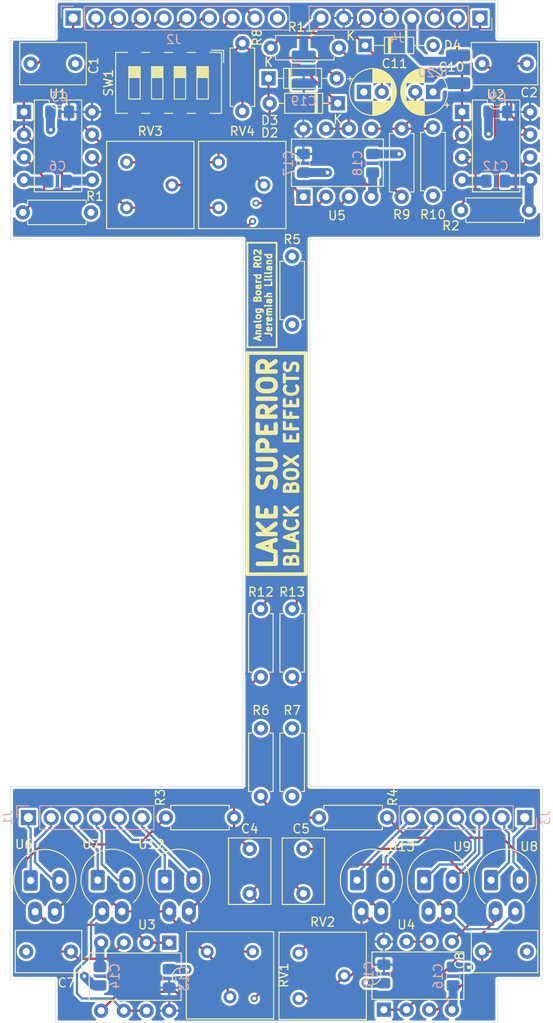
<source format=kicad_pcb>
(kicad_pcb (version 20171130) (host pcbnew "(5.1.7)-1")
  (layers (0 F.Cu signal) (1 In1.Cu signal) (2 In2.Cu signal) (31 B.Cu signal) (34 B.Paste user hide) (35 F.Paste user hide) (36 B.SilkS user) (37 F.SilkS user) (38 B.Mask user hide) (39 F.Mask user hide) (44 Edge.Cuts user))
  (net 0 "")
  (net 1 /IN1)
  (net 2 "Net-(C1-Pad1)")
  (net 3 /IN2)
  (net 4 "Net-(C2-Pad1)")
  (net 5 GND)
  (net 6 +9V)
  (net 7 /CH1_BYP)
  (net 8 "Net-(C4-Pad1)")
  (net 9 /CH2_BYP)
  (net 10 "Net-(C5-Pad1)")
  (net 11 -9V)
  (net 12 "Net-(C7-Pad2)")
  (net 13 "Net-(C8-Pad2)")
  (net 14 "Net-(C10-Pad2)")
  (net 15 /ENV_OUT)
  (net 16 "Net-(D2-Pad2)")
  (net 17 "Net-(D2-Pad1)")
  (net 18 "Net-(D3-Pad1)")
  (net 19 "Net-(R11-Pad1)")
  (net 20 /CH1_EFF)
  (net 21 "Net-(R12-Pad1)")
  (net 22 /CH2_EFF)
  (net 23 "Net-(R13-Pad1)")
  (net 24 /LDRA_2)
  (net 25 /LDRC_2)
  (net 26 /LDRB_1)
  (net 27 /LDRA_1)
  (net 28 /LDRD_1)
  (net 29 /LDRC_1)
  (net 30 /PWM_1)
  (net 31 GNDD)
  (net 32 /PWM_VOL1)
  (net 33 /PWM_VOL2)
  (net 34 /PWM_2)
  (net 35 /PWM_4)
  (net 36 /PWM_3)
  (net 37 /PWM_VOL1_RTN)
  (net 38 /PWM_2_RTN)
  (net 39 /PWM_VOL2_RTN)
  (net 40 /PWM_4_RTN)
  (net 41 /PWM_3_RTN)
  (net 42 /PWM_1_RTN)
  (net 43 /DIP4)
  (net 44 /DIP2)
  (net 45 /DIP3)
  (net 46 /DIP1)
  (net 47 +3V3)
  (net 48 /TRIM_2)
  (net 49 /TRIM_1)
  (module Pinebox:Potentiometer_Bourns_3386F_Vertical (layer F.Cu) (at 112.014 61.722)
    (fp_text reference RV4 (at 2.655 -8.555) (layer F.SilkS))
    (fp_text value 50k)
    (pad 1 thru_hole circle (at 0 0) (size 1.44 1.44) (drill 0.8) (layers *.Cu *.Mask) (net 31 GNDD))
    (pad 2 thru_hole circle (at 5.08 -2.54) (size 1.44 1.44) (drill 0.8) (layers *.Cu *.Mask) (net 48 /TRIM_2))
    (pad 3 thru_hole circle (at 0 -5.08) (size 1.44 1.44) (drill 0.8) (layers *.Cu *.Mask) (net 47 +3V3))
  )
  (module Pinebox:Potentiometer_Bourns_3386F_Vertical (layer F.Cu) (at 101.727 61.722)
    (fp_text reference RV3 (at 2.655 -8.555) (layer F.SilkS))
    (fp_text value 50k)
    (pad 1 thru_hole circle (at 0 0) (size 1.44 1.44) (drill 0.8) (layers *.Cu *.Mask) (net 31 GNDD))
    (pad 2 thru_hole circle (at 5.08 -2.54) (size 1.44 1.44) (drill 0.8) (layers *.Cu *.Mask) (net 49 /TRIM_1))
    (pad 3 thru_hole circle (at 0 -5.08) (size 1.44 1.44) (drill 0.8) (layers *.Cu *.Mask) (net 47 +3V3))
  )
  (module Pinebox:Potentiometer_Bourns_3386F_Vertical (layer F.Cu) (at 121 150.25)
    (fp_text reference RV2 (at 2.655 -8.555) (layer F.SilkS))
    (fp_text value 50k)
    (pad 1 thru_hole circle (at 0 0) (size 1.44 1.44) (drill 0.8) (layers *.Cu *.Mask) (net 25 /LDRC_2))
    (pad 2 thru_hole circle (at 5.08 -2.54) (size 1.44 1.44) (drill 0.8) (layers *.Cu *.Mask) (net 25 /LDRC_2))
    (pad 3 thru_hole circle (at 0 -5.08) (size 1.44 1.44) (drill 0.8) (layers *.Cu *.Mask) (net 23 "Net-(R13-Pad1)"))
  )
  (module Pinebox:Potentiometer_Bourns_3386F_Vertical (layer F.Cu) (at 110.75 145 270)
    (fp_text reference RV1 (at 2.655 -8.555 90) (layer F.SilkS))
    (fp_text value 50k)
    (pad 1 thru_hole circle (at 0 0 270) (size 1.44 1.44) (drill 0.8) (layers *.Cu *.Mask) (net 24 /LDRA_2))
    (pad 2 thru_hole circle (at 5.08 -2.54 270) (size 1.44 1.44) (drill 0.8) (layers *.Cu *.Mask) (net 24 /LDRA_2))
    (pad 3 thru_hole circle (at 0 -5.08 270) (size 1.44 1.44) (drill 0.8) (layers *.Cu *.Mask) (net 21 "Net-(R12-Pad1)"))
  )
  (module Connector_PinHeader_2.54mm:PinHeader_1x08_P2.54mm_Vertical (layer B.Cu) (at 141.25 40.5 90)
    (fp_text reference J4 (at -2.25 -9.25) (layer B.SilkS) (effects (justify mirror)))
    (fp_text value Conn_01x08_Male)
    (pad 8 thru_hole oval (at 0 -17.78 90) (size 1.7 1.7) (drill 1) (layers *.Cu *.Mask) (net 5 GND))
    (pad 7 thru_hole oval (at 0 -15.24 90) (size 1.7 1.7) (drill 1) (layers *.Cu *.Mask) (net 6 +9V))
    (pad 6 thru_hole oval (at 0 -12.7 90) (size 1.7 1.7) (drill 1) (layers *.Cu *.Mask) (net 48 /TRIM_2))
    (pad 5 thru_hole oval (at 0 -10.16 90) (size 1.7 1.7) (drill 1) (layers *.Cu *.Mask) (net 49 /TRIM_1))
    (pad 4 thru_hole oval (at 0 -7.62 90) (size 1.7 1.7) (drill 1) (layers *.Cu *.Mask) (net 11 -9V))
    (pad 3 thru_hole oval (at 0 -5.08 90) (size 1.7 1.7) (drill 1) (layers *.Cu *.Mask) (net 22 /CH2_EFF))
    (pad 2 thru_hole oval (at 0 -2.54 90) (size 1.7 1.7) (drill 1) (layers *.Cu *.Mask) (net 9 /CH2_BYP))
    (pad 1 thru_hole rect (at 0 0 90) (size 1.7 1.7) (drill 1) (layers *.Cu *.Mask) (net 3 /IN2))
  )
  (module Capacitor_SMD:C_1210_3225Metric_Pad1.33x2.70mm_HandSolder (layer B.Cu) (at 138.811 46.228 90)
    (fp_text reference C20 (at -0.381 -3.048 180) (layer B.SilkS) (effects (justify mirror)))
    (fp_text value 10u)
    (pad 2 smd roundrect (at 1.5625 0 90) (size 1.325 2.7) (layers B.Cu B.Paste B.Mask) (roundrect_rratio 0.188679) (net 11 -9V))
    (pad 1 smd roundrect (at -1.5625 0 90) (size 1.325 2.7) (layers B.Cu B.Paste B.Mask) (roundrect_rratio 0.188679) (net 5 GND))
  )
  (module Capacitor_SMD:C_1210_3225Metric_Pad1.33x2.70mm_HandSolder (layer B.Cu) (at 121.539 46.355 90)
    (fp_text reference C19 (at -3.429 0 180) (layer B.SilkS) (effects (justify mirror)))
    (fp_text value 10u)
    (pad 2 smd roundrect (at 1.5625 0 90) (size 1.325 2.7) (layers B.Cu B.Paste B.Mask) (roundrect_rratio 0.188679) (net 5 GND))
    (pad 1 smd roundrect (at -1.5625 0 90) (size 1.325 2.7) (layers B.Cu B.Paste B.Mask) (roundrect_rratio 0.188679) (net 6 +9V))
  )
  (module Button_Switch_SMD:SW_DIP_SPSTx04_Slide_6.7x11.72mm_W8.61mm_P2.54mm_LowProfile (layer F.Cu) (at 106.426 47.752 270)
    (fp_text reference SW1 (at 0 6.731 90) (layer F.SilkS))
    (fp_text value SW_DIP_x04)
    (pad 8 smd rect (at 4.305 -3.81 270) (size 2.44 1.12) (layers F.Cu F.Paste F.Mask) (net 31 GNDD))
    (pad 4 smd rect (at -4.305 3.81 270) (size 2.44 1.12) (layers F.Cu F.Paste F.Mask) (net 43 /DIP4))
    (pad 7 smd rect (at 4.305 -1.27 270) (size 2.44 1.12) (layers F.Cu F.Paste F.Mask) (net 31 GNDD))
    (pad 3 smd rect (at -4.305 1.27 270) (size 2.44 1.12) (layers F.Cu F.Paste F.Mask) (net 45 /DIP3))
    (pad 6 smd rect (at 4.305 1.27 270) (size 2.44 1.12) (layers F.Cu F.Paste F.Mask) (net 31 GNDD))
    (pad 2 smd rect (at -4.305 -1.27 270) (size 2.44 1.12) (layers F.Cu F.Paste F.Mask) (net 44 /DIP2))
    (pad 5 smd rect (at 4.305 3.81 270) (size 2.44 1.12) (layers F.Cu F.Paste F.Mask) (net 31 GNDD))
    (pad 1 smd rect (at -4.305 -3.81 270) (size 2.44 1.12) (layers F.Cu F.Paste F.Mask) (net 46 /DIP1))
  )
  (module Connector_PinHeader_2.54mm:PinHeader_1x06_P2.54mm_Vertical (layer B.Cu) (at 146.25 130 90)
    (fp_text reference J3 (at 0 2.33 90) (layer B.SilkS) (effects (justify mirror)))
    (fp_text value Conn_01x06_Male)
    (pad 6 thru_hole oval (at 0 -12.7 90) (size 1.7 1.7) (drill 1) (layers *.Cu *.Mask) (net 33 /PWM_VOL2))
    (pad 5 thru_hole oval (at 0 -10.16 90) (size 1.7 1.7) (drill 1) (layers *.Cu *.Mask) (net 39 /PWM_VOL2_RTN))
    (pad 4 thru_hole oval (at 0 -7.62 90) (size 1.7 1.7) (drill 1) (layers *.Cu *.Mask) (net 35 /PWM_4))
    (pad 3 thru_hole oval (at 0 -5.08 90) (size 1.7 1.7) (drill 1) (layers *.Cu *.Mask) (net 40 /PWM_4_RTN))
    (pad 2 thru_hole oval (at 0 -2.54 90) (size 1.7 1.7) (drill 1) (layers *.Cu *.Mask) (net 36 /PWM_3))
    (pad 1 thru_hole rect (at 0 0 90) (size 1.7 1.7) (drill 1) (layers *.Cu *.Mask) (net 41 /PWM_3_RTN))
  )
  (module Connector_PinHeader_2.54mm:PinHeader_1x10_P2.54mm_Vertical (layer B.Cu) (at 95.75 40.5 270)
    (fp_text reference J2 (at 2.4 -11.25 180) (layer B.SilkS) (effects (justify mirror)))
    (fp_text value Conn_01x10_Male)
    (pad 10 thru_hole oval (at 0 -22.86 270) (size 1.7 1.7) (drill 1) (layers *.Cu *.Mask) (net 5 GND))
    (pad 9 thru_hole oval (at 0 -20.32 270) (size 1.7 1.7) (drill 1) (layers *.Cu *.Mask) (net 47 +3V3))
    (pad 8 thru_hole oval (at 0 -17.78 270) (size 1.7 1.7) (drill 1) (layers *.Cu *.Mask) (net 46 /DIP1))
    (pad 7 thru_hole oval (at 0 -15.24 270) (size 1.7 1.7) (drill 1) (layers *.Cu *.Mask) (net 44 /DIP2))
    (pad 6 thru_hole oval (at 0 -12.7 270) (size 1.7 1.7) (drill 1) (layers *.Cu *.Mask) (net 45 /DIP3))
    (pad 5 thru_hole oval (at 0 -10.16 270) (size 1.7 1.7) (drill 1) (layers *.Cu *.Mask) (net 43 /DIP4))
    (pad 4 thru_hole oval (at 0 -7.62 270) (size 1.7 1.7) (drill 1) (layers *.Cu *.Mask) (net 31 GNDD))
    (pad 3 thru_hole oval (at 0 -5.08 270) (size 1.7 1.7) (drill 1) (layers *.Cu *.Mask) (net 20 /CH1_EFF))
    (pad 2 thru_hole oval (at 0 -2.54 270) (size 1.7 1.7) (drill 1) (layers *.Cu *.Mask) (net 7 /CH1_BYP))
    (pad 1 thru_hole rect (at 0 0 270) (size 1.7 1.7) (drill 1) (layers *.Cu *.Mask) (net 1 /IN1))
  )
  (module Connector_PinHeader_2.54mm:PinHeader_1x06_P2.54mm_Vertical (layer B.Cu) (at 90.75 130 270)
    (fp_text reference J1 (at 0 2.33 90) (layer B.SilkS) (effects (justify mirror)))
    (fp_text value Conn_01x06_Male)
    (pad 6 thru_hole oval (at 0 -12.7 270) (size 1.7 1.7) (drill 1) (layers *.Cu *.Mask) (net 37 /PWM_VOL1_RTN))
    (pad 5 thru_hole oval (at 0 -10.16 270) (size 1.7 1.7) (drill 1) (layers *.Cu *.Mask) (net 32 /PWM_VOL1))
    (pad 4 thru_hole oval (at 0 -7.62 270) (size 1.7 1.7) (drill 1) (layers *.Cu *.Mask) (net 38 /PWM_2_RTN))
    (pad 3 thru_hole oval (at 0 -5.08 270) (size 1.7 1.7) (drill 1) (layers *.Cu *.Mask) (net 34 /PWM_2))
    (pad 2 thru_hole oval (at 0 -2.54 270) (size 1.7 1.7) (drill 1) (layers *.Cu *.Mask) (net 42 /PWM_1_RTN))
    (pad 1 thru_hole rect (at 0 0 270) (size 1.7 1.7) (drill 1) (layers *.Cu *.Mask) (net 30 /PWM_1))
  )
  (module Pinebox:Luna_NSL-32_Vertical (layer F.Cu) (at 135 137 270)
    (fp_text reference U9 (at -3.75 -4.25) (layer F.SilkS))
    (fp_text value NSL-32)
    (pad 1 thru_hole roundrect (at 0 0 270) (size 2.29 1.57) (drill 0.81) (layers *.Cu *.Mask) (roundrect_rratio 0.159) (net 35 /PWM_4))
    (pad 2 thru_hole oval (at 0 -3.2 270) (size 2.29 1.57) (drill 0.81) (layers *.Cu *.Mask) (net 40 /PWM_4_RTN))
    (pad 3 thru_hole oval (at 3.5 -2.7 270) (size 2.29 1.57) (drill 0.81) (layers *.Cu *.Mask) (net 25 /LDRC_2))
    (pad 4 thru_hole oval (at 3.5 -0.5 270) (size 2.29 1.57) (drill 0.81) (layers *.Cu *.Mask) (net 28 /LDRD_1))
  )
  (module Pinebox:Luna_NSL-32_Vertical (layer F.Cu) (at 142.5 137 270)
    (fp_text reference U8 (at -3.75 -4.25) (layer F.SilkS))
    (fp_text value NSL-32)
    (pad 1 thru_hole roundrect (at 0 0 270) (size 2.29 1.57) (drill 0.81) (layers *.Cu *.Mask) (roundrect_rratio 0.159) (net 36 /PWM_3))
    (pad 2 thru_hole oval (at 0 -3.2 270) (size 2.29 1.57) (drill 0.81) (layers *.Cu *.Mask) (net 41 /PWM_3_RTN))
    (pad 3 thru_hole oval (at 3.5 -2.7 270) (size 2.29 1.57) (drill 0.81) (layers *.Cu *.Mask) (net 25 /LDRC_2))
    (pad 4 thru_hole oval (at 3.5 -0.5 270) (size 2.29 1.57) (drill 0.81) (layers *.Cu *.Mask) (net 29 /LDRC_1))
  )
  (module Pinebox:Luna_NSL-32_Vertical (layer F.Cu) (at 98.5 137 270)
    (fp_text reference U7 (at -4 0.75) (layer F.SilkS))
    (fp_text value NSL-32)
    (pad 1 thru_hole roundrect (at 0 0 270) (size 2.29 1.57) (drill 0.81) (layers *.Cu *.Mask) (roundrect_rratio 0.159) (net 34 /PWM_2))
    (pad 2 thru_hole oval (at 0 -3.2 270) (size 2.29 1.57) (drill 0.81) (layers *.Cu *.Mask) (net 38 /PWM_2_RTN))
    (pad 3 thru_hole oval (at 3.5 -2.7 270) (size 2.29 1.57) (drill 0.81) (layers *.Cu *.Mask) (net 24 /LDRA_2))
    (pad 4 thru_hole oval (at 3.5 -0.5 270) (size 2.29 1.57) (drill 0.81) (layers *.Cu *.Mask) (net 26 /LDRB_1))
  )
  (module Pinebox:Luna_NSL-32_Vertical (layer F.Cu) (at 91 137.033 270)
    (fp_text reference U6 (at -4.033 0.75) (layer F.SilkS))
    (fp_text value NSL-32)
    (pad 1 thru_hole roundrect (at 0 0 270) (size 2.29 1.57) (drill 0.81) (layers *.Cu *.Mask) (roundrect_rratio 0.159) (net 30 /PWM_1))
    (pad 2 thru_hole oval (at 0 -3.2 270) (size 2.29 1.57) (drill 0.81) (layers *.Cu *.Mask) (net 42 /PWM_1_RTN))
    (pad 3 thru_hole oval (at 3.5 -2.7 270) (size 2.29 1.57) (drill 0.81) (layers *.Cu *.Mask) (net 24 /LDRA_2))
    (pad 4 thru_hole oval (at 3.5 -0.5 270) (size 2.29 1.57) (drill 0.81) (layers *.Cu *.Mask) (net 27 /LDRA_1))
  )
  (module Pinebox:Luna_NSL-32_Vertical (layer F.Cu) (at 127.5 137 270)
    (fp_text reference U13 (at -3.75 -5) (layer F.SilkS))
    (fp_text value NSL-32)
    (pad 1 thru_hole roundrect (at 0 0 270) (size 2.29 1.57) (drill 0.81) (layers *.Cu *.Mask) (roundrect_rratio 0.159) (net 33 /PWM_VOL2))
    (pad 2 thru_hole oval (at 0 -3.2 270) (size 2.29 1.57) (drill 0.81) (layers *.Cu *.Mask) (net 39 /PWM_VOL2_RTN))
    (pad 3 thru_hole oval (at 3.5 -2.7 270) (size 2.29 1.57) (drill 0.81) (layers *.Cu *.Mask) (net 23 "Net-(R13-Pad1)"))
    (pad 4 thru_hole oval (at 3.5 -0.5 270) (size 2.29 1.57) (drill 0.81) (layers *.Cu *.Mask) (net 25 /LDRC_2))
  )
  (module Pinebox:Luna_NSL-32_Vertical (layer F.Cu) (at 106 137 270)
    (fp_text reference U12 (at -4 1.5) (layer F.SilkS))
    (fp_text value NSL-32)
    (pad 1 thru_hole roundrect (at 0 0 270) (size 2.29 1.57) (drill 0.81) (layers *.Cu *.Mask) (roundrect_rratio 0.159) (net 32 /PWM_VOL1))
    (pad 2 thru_hole oval (at 0 -3.2 270) (size 2.29 1.57) (drill 0.81) (layers *.Cu *.Mask) (net 37 /PWM_VOL1_RTN))
    (pad 3 thru_hole oval (at 3.5 -2.7 270) (size 2.29 1.57) (drill 0.81) (layers *.Cu *.Mask) (net 21 "Net-(R12-Pad1)"))
    (pad 4 thru_hole oval (at 3.5 -0.5 270) (size 2.29 1.57) (drill 0.81) (layers *.Cu *.Mask) (net 24 /LDRA_2))
  )
  (module Package_DIP:DIP-8_W7.62mm (layer F.Cu) (at 121.5 60.5 90)
    (fp_text reference U5 (at -2.111 3.75 180) (layer F.SilkS))
    (fp_text value OPA2134)
    (pad 8 thru_hole oval (at 7.62 0 90) (size 1.6 1.6) (drill 0.8) (layers *.Cu *.Mask) (net 6 +9V))
    (pad 4 thru_hole oval (at 0 7.62 90) (size 1.6 1.6) (drill 0.8) (layers *.Cu *.Mask) (net 11 -9V))
    (pad 7 thru_hole oval (at 7.62 2.54 90) (size 1.6 1.6) (drill 0.8) (layers *.Cu *.Mask) (net 19 "Net-(R11-Pad1)"))
    (pad 3 thru_hole oval (at 0 5.08 90) (size 1.6 1.6) (drill 0.8) (layers *.Cu *.Mask) (net 7 /CH1_BYP))
    (pad 6 thru_hole oval (at 7.62 5.08 90) (size 1.6 1.6) (drill 0.8) (layers *.Cu *.Mask) (net 19 "Net-(R11-Pad1)"))
    (pad 2 thru_hole oval (at 0 2.54 90) (size 1.6 1.6) (drill 0.8) (layers *.Cu *.Mask) (net 16 "Net-(D2-Pad2)"))
    (pad 5 thru_hole oval (at 7.62 7.62 90) (size 1.6 1.6) (drill 0.8) (layers *.Cu *.Mask) (net 14 "Net-(C10-Pad2)"))
    (pad 1 thru_hole rect (at 0 0 90) (size 1.6 1.6) (drill 0.8) (layers *.Cu *.Mask) (net 17 "Net-(D2-Pad1)"))
  )
  (module Package_DIP:DIP-8_W7.62mm (layer F.Cu) (at 130.5 151.5 90)
    (fp_text reference U4 (at 9.5 2.5) (layer F.SilkS))
    (fp_text value OPA2134)
    (pad 8 thru_hole oval (at 7.62 0 90) (size 1.6 1.6) (drill 0.8) (layers *.Cu *.Mask) (net 6 +9V))
    (pad 4 thru_hole oval (at 0 7.62 90) (size 1.6 1.6) (drill 0.8) (layers *.Cu *.Mask) (net 11 -9V))
    (pad 7 thru_hole oval (at 7.62 2.54 90) (size 1.6 1.6) (drill 0.8) (layers *.Cu *.Mask) (net 28 /LDRD_1))
    (pad 3 thru_hole oval (at 0 5.08 90) (size 1.6 1.6) (drill 0.8) (layers *.Cu *.Mask) (net 13 "Net-(C8-Pad2)"))
    (pad 6 thru_hole oval (at 7.62 5.08 90) (size 1.6 1.6) (drill 0.8) (layers *.Cu *.Mask) (net 28 /LDRD_1))
    (pad 2 thru_hole oval (at 0 2.54 90) (size 1.6 1.6) (drill 0.8) (layers *.Cu *.Mask) (net 29 /LDRC_1))
    (pad 5 thru_hole oval (at 7.62 7.62 90) (size 1.6 1.6) (drill 0.8) (layers *.Cu *.Mask) (net 10 "Net-(C5-Pad1)"))
    (pad 1 thru_hole rect (at 0 0 90) (size 1.6 1.6) (drill 0.8) (layers *.Cu *.Mask) (net 29 /LDRC_1))
  )
  (module Package_DIP:DIP-8_W7.62mm (layer F.Cu) (at 106.5 144 270)
    (fp_text reference U3 (at -2 2.5) (layer F.SilkS))
    (fp_text value OPA2134)
    (pad 8 thru_hole oval (at 7.62 0 270) (size 1.6 1.6) (drill 0.8) (layers *.Cu *.Mask) (net 6 +9V))
    (pad 4 thru_hole oval (at 0 7.62 270) (size 1.6 1.6) (drill 0.8) (layers *.Cu *.Mask) (net 11 -9V))
    (pad 7 thru_hole oval (at 7.62 2.54 270) (size 1.6 1.6) (drill 0.8) (layers *.Cu *.Mask) (net 26 /LDRB_1))
    (pad 3 thru_hole oval (at 0 5.08 270) (size 1.6 1.6) (drill 0.8) (layers *.Cu *.Mask) (net 12 "Net-(C7-Pad2)"))
    (pad 6 thru_hole oval (at 7.62 5.08 270) (size 1.6 1.6) (drill 0.8) (layers *.Cu *.Mask) (net 26 /LDRB_1))
    (pad 2 thru_hole oval (at 0 2.54 270) (size 1.6 1.6) (drill 0.8) (layers *.Cu *.Mask) (net 27 /LDRA_1))
    (pad 5 thru_hole oval (at 7.62 7.62 270) (size 1.6 1.6) (drill 0.8) (layers *.Cu *.Mask) (net 8 "Net-(C4-Pad1)"))
    (pad 1 thru_hole rect (at 0 0 270) (size 1.6 1.6) (drill 0.8) (layers *.Cu *.Mask) (net 27 /LDRA_1))
  )
  (module Package_DIP:DIP-8_W7.62mm (layer F.Cu) (at 139.25 51)
    (fp_text reference U2 (at 3.75 -1.95) (layer F.SilkS))
    (fp_text value OPA2134)
    (pad 8 thru_hole oval (at 7.62 0) (size 1.6 1.6) (drill 0.8) (layers *.Cu *.Mask) (net 6 +9V))
    (pad 4 thru_hole oval (at 0 7.62) (size 1.6 1.6) (drill 0.8) (layers *.Cu *.Mask) (net 11 -9V))
    (pad 7 thru_hole oval (at 7.62 2.54) (size 1.6 1.6) (drill 0.8) (layers *.Cu *.Mask) (net 22 /CH2_EFF))
    (pad 3 thru_hole oval (at 0 5.08) (size 1.6 1.6) (drill 0.8) (layers *.Cu *.Mask) (net 4 "Net-(C2-Pad1)"))
    (pad 6 thru_hole oval (at 7.62 5.08) (size 1.6 1.6) (drill 0.8) (layers *.Cu *.Mask) (net 25 /LDRC_2))
    (pad 2 thru_hole oval (at 0 2.54) (size 1.6 1.6) (drill 0.8) (layers *.Cu *.Mask) (net 9 /CH2_BYP))
    (pad 5 thru_hole oval (at 7.62 7.62) (size 1.6 1.6) (drill 0.8) (layers *.Cu *.Mask) (net 5 GND))
    (pad 1 thru_hole rect (at 0 0) (size 1.6 1.6) (drill 0.8) (layers *.Cu *.Mask) (net 9 /CH2_BYP))
  )
  (module Package_DIP:DIP-8_W7.62mm (layer F.Cu) (at 90.25 51)
    (fp_text reference U1 (at 3.8 -2) (layer F.SilkS))
    (fp_text value OPA2134)
    (pad 8 thru_hole oval (at 7.62 0) (size 1.6 1.6) (drill 0.8) (layers *.Cu *.Mask) (net 6 +9V))
    (pad 4 thru_hole oval (at 0 7.62) (size 1.6 1.6) (drill 0.8) (layers *.Cu *.Mask) (net 11 -9V))
    (pad 7 thru_hole oval (at 7.62 2.54) (size 1.6 1.6) (drill 0.8) (layers *.Cu *.Mask) (net 20 /CH1_EFF))
    (pad 3 thru_hole oval (at 0 5.08) (size 1.6 1.6) (drill 0.8) (layers *.Cu *.Mask) (net 2 "Net-(C1-Pad1)"))
    (pad 6 thru_hole oval (at 7.62 5.08) (size 1.6 1.6) (drill 0.8) (layers *.Cu *.Mask) (net 24 /LDRA_2))
    (pad 2 thru_hole oval (at 0 2.54) (size 1.6 1.6) (drill 0.8) (layers *.Cu *.Mask) (net 7 /CH1_BYP))
    (pad 5 thru_hole oval (at 7.62 7.62) (size 1.6 1.6) (drill 0.8) (layers *.Cu *.Mask) (net 5 GND))
    (pad 1 thru_hole rect (at 0 0) (size 1.6 1.6) (drill 0.8) (layers *.Cu *.Mask) (net 7 /CH1_BYP))
  )
  (module Resistor_THT:R_Axial_DIN0207_L6.3mm_D2.5mm_P7.62mm_Horizontal (layer F.Cu) (at 120.25 114.25 90)
    (fp_text reference R13 (at 9.5 0 180) (layer F.SilkS))
    (fp_text value 1k)
    (pad 2 thru_hole oval (at 7.62 0 90) (size 1.6 1.6) (drill 0.8) (layers *.Cu *.Mask) (net 22 /CH2_EFF))
    (pad 1 thru_hole circle (at 0 0 90) (size 1.6 1.6) (drill 0.8) (layers *.Cu *.Mask) (net 23 "Net-(R13-Pad1)"))
  )
  (module Resistor_THT:R_Axial_DIN0207_L6.3mm_D2.5mm_P7.62mm_Horizontal (layer F.Cu) (at 116.75 114.25 90)
    (fp_text reference R12 (at 9.5 0) (layer F.SilkS))
    (fp_text value 1k)
    (pad 2 thru_hole oval (at 7.62 0 90) (size 1.6 1.6) (drill 0.8) (layers *.Cu *.Mask) (net 20 /CH1_EFF))
    (pad 1 thru_hole circle (at 0 0 90) (size 1.6 1.6) (drill 0.8) (layers *.Cu *.Mask) (net 21 "Net-(R12-Pad1)"))
  )
  (module Resistor_THT:R_Axial_DIN0207_L6.3mm_D2.5mm_P7.62mm_Horizontal (layer F.Cu) (at 125.476 43.815 180)
    (fp_text reference R11 (at 4.276 2.315) (layer F.SilkS))
    (fp_text value 1k)
    (pad 2 thru_hole oval (at 7.62 0 180) (size 1.6 1.6) (drill 0.8) (layers *.Cu *.Mask) (net 15 /ENV_OUT))
    (pad 1 thru_hole circle (at 0 0 180) (size 1.6 1.6) (drill 0.8) (layers *.Cu *.Mask) (net 19 "Net-(R11-Pad1)"))
  )
  (module Resistor_THT:R_Axial_DIN0207_L6.3mm_D2.5mm_P7.62mm_Horizontal (layer F.Cu) (at 136 52.75 270)
    (fp_text reference R10 (at 9.75 0 180) (layer F.SilkS))
    (fp_text value 47k)
    (pad 2 thru_hole oval (at 7.62 0 270) (size 1.6 1.6) (drill 0.8) (layers *.Cu *.Mask) (net 5 GND))
    (pad 1 thru_hole circle (at 0 0 270) (size 1.6 1.6) (drill 0.8) (layers *.Cu *.Mask) (net 14 "Net-(C10-Pad2)"))
  )
  (module Resistor_THT:R_Axial_DIN0207_L6.3mm_D2.5mm_P7.62mm_Horizontal (layer F.Cu) (at 132.5 60.5 90)
    (fp_text reference R9 (at -2 0 180) (layer F.SilkS))
    (fp_text value 10k)
    (pad 2 thru_hole oval (at 7.62 0 90) (size 1.6 1.6) (drill 0.8) (layers *.Cu *.Mask) (net 14 "Net-(C10-Pad2)"))
    (pad 1 thru_hole circle (at 0 0 90) (size 1.6 1.6) (drill 0.8) (layers *.Cu *.Mask) (net 18 "Net-(D3-Pad1)"))
  )
  (module Resistor_THT:R_Axial_DIN0207_L6.3mm_D2.5mm_P7.62mm_Horizontal (layer F.Cu) (at 114.681 43.307 270)
    (fp_text reference R8 (at -0.635 -1.651 90) (layer F.SilkS))
    (fp_text value 100k)
    (pad 2 thru_hole oval (at 7.62 0 270) (size 1.6 1.6) (drill 0.8) (layers *.Cu *.Mask) (net 18 "Net-(D3-Pad1)"))
    (pad 1 thru_hole circle (at 0 0 270) (size 1.6 1.6) (drill 0.8) (layers *.Cu *.Mask) (net 16 "Net-(D2-Pad2)"))
  )
  (module Resistor_THT:R_Axial_DIN0207_L6.3mm_D2.5mm_P7.62mm_Horizontal (layer F.Cu) (at 120.25 120 270)
    (fp_text reference R7 (at -2 0) (layer F.SilkS))
    (fp_text value 470k)
    (pad 2 thru_hole oval (at 7.62 0 270) (size 1.6 1.6) (drill 0.8) (layers *.Cu *.Mask) (net 10 "Net-(C5-Pad1)"))
    (pad 1 thru_hole circle (at 0 0 270) (size 1.6 1.6) (drill 0.8) (layers *.Cu *.Mask) (net 5 GND))
  )
  (module Resistor_THT:R_Axial_DIN0207_L6.3mm_D2.5mm_P7.62mm_Horizontal (layer F.Cu) (at 116.75 120 270)
    (fp_text reference R6 (at -2 0 180) (layer F.SilkS))
    (fp_text value 470k)
    (pad 2 thru_hole oval (at 7.62 0 270) (size 1.6 1.6) (drill 0.8) (layers *.Cu *.Mask) (net 8 "Net-(C4-Pad1)"))
    (pad 1 thru_hole circle (at 0 0 270) (size 1.6 1.6) (drill 0.8) (layers *.Cu *.Mask) (net 5 GND))
  )
  (module Resistor_THT:R_Axial_DIN0207_L6.3mm_D2.5mm_P7.62mm_Horizontal (layer F.Cu) (at 120.25 67.183 270)
    (fp_text reference R5 (at -1.905 0 180) (layer F.SilkS))
    (fp_text value 3.3k)
    (pad 2 thru_hole oval (at 7.62 0 270) (size 1.6 1.6) (drill 0.8) (layers *.Cu *.Mask) (net 5 GND))
    (pad 1 thru_hole circle (at 0 0 270) (size 1.6 1.6) (drill 0.8) (layers *.Cu *.Mask) (net 16 "Net-(D2-Pad2)"))
  )
  (module Resistor_THT:R_Axial_DIN0207_L6.3mm_D2.5mm_P7.62mm_Horizontal (layer F.Cu) (at 123.25 130)
    (fp_text reference R4 (at 8.25 -2.25 270) (layer F.SilkS))
    (fp_text value 470k)
    (pad 2 thru_hole oval (at 7.62 0) (size 1.6 1.6) (drill 0.8) (layers *.Cu *.Mask) (net 13 "Net-(C8-Pad2)"))
    (pad 1 thru_hole circle (at 0 0) (size 1.6 1.6) (drill 0.8) (layers *.Cu *.Mask) (net 9 /CH2_BYP))
  )
  (module Resistor_THT:R_Axial_DIN0207_L6.3mm_D2.5mm_P7.62mm_Horizontal (layer F.Cu) (at 113.75 130 180)
    (fp_text reference R3 (at 8.25 2.25 270) (layer F.SilkS))
    (fp_text value 470k)
    (pad 2 thru_hole oval (at 7.62 0 180) (size 1.6 1.6) (drill 0.8) (layers *.Cu *.Mask) (net 12 "Net-(C7-Pad2)"))
    (pad 1 thru_hole circle (at 0 0 180) (size 1.6 1.6) (drill 0.8) (layers *.Cu *.Mask) (net 7 /CH1_BYP))
  )
  (module Resistor_THT:R_Axial_DIN0207_L6.3mm_D2.5mm_P7.62mm_Horizontal (layer F.Cu) (at 146.75 62 180)
    (fp_text reference R2 (at 8.75 -1.75) (layer F.SilkS))
    (fp_text value 1M)
    (pad 2 thru_hole oval (at 7.62 0 180) (size 1.6 1.6) (drill 0.8) (layers *.Cu *.Mask) (net 4 "Net-(C2-Pad1)"))
    (pad 1 thru_hole circle (at 0 0 180) (size 1.6 1.6) (drill 0.8) (layers *.Cu *.Mask) (net 5 GND))
  )
  (module Resistor_THT:R_Axial_DIN0207_L6.3mm_D2.5mm_P7.62mm_Horizontal (layer F.Cu) (at 97.75 62.25 180)
    (fp_text reference R1 (at -0.421 1.798 180) (layer F.SilkS))
    (fp_text value 1M)
    (pad 2 thru_hole oval (at 7.62 0 180) (size 1.6 1.6) (drill 0.8) (layers *.Cu *.Mask) (net 2 "Net-(C1-Pad1)"))
    (pad 1 thru_hole circle (at 0 0 180) (size 1.6 1.6) (drill 0.8) (layers *.Cu *.Mask) (net 5 GND))
  )
  (module Diode_THT:D_DO-34_SOD68_P7.62mm_Horizontal (layer F.Cu) (at 128.397 43.561)
    (fp_text reference D4 (at 9.779 0) (layer F.SilkS))
    (fp_text value D_Zener)
    (fp_text user K (at -1.597 -1.061) (layer F.SilkS))
    (pad 2 thru_hole oval (at 7.62 0) (size 1.5 1.5) (drill 0.75) (layers *.Cu *.Mask) (net 5 GND))
    (pad 1 thru_hole rect (at 0 0) (size 1.5 1.5) (drill 0.75) (layers *.Cu *.Mask) (net 15 /ENV_OUT))
  )
  (module Diode_THT:D_DO-35_SOD27_P7.62mm_Horizontal (layer F.Cu) (at 125.349 50.038 180)
    (fp_text reference D3 (at 7.62 -1.905) (layer F.SilkS))
    (fp_text value 1N914)
    (fp_text user K (at 0 -1.8) (layer F.SilkS))
    (pad 2 thru_hole oval (at 7.62 0 180) (size 1.6 1.6) (drill 0.8) (layers *.Cu *.Mask) (net 17 "Net-(D2-Pad1)"))
    (pad 1 thru_hole rect (at 0 0 180) (size 1.6 1.6) (drill 0.8) (layers *.Cu *.Mask) (net 18 "Net-(D3-Pad1)"))
  )
  (module Diode_THT:D_DO-35_SOD27_P7.62mm_Horizontal (layer F.Cu) (at 117.602 47.244)
    (fp_text reference D2 (at 0.127 6.096) (layer F.SilkS))
    (fp_text value 1N914)
    (fp_text user K (at 0 -1.8) (layer F.SilkS))
    (pad 2 thru_hole oval (at 7.62 0) (size 1.6 1.6) (drill 0.8) (layers *.Cu *.Mask) (net 16 "Net-(D2-Pad2)"))
    (pad 1 thru_hole rect (at 0 0) (size 1.6 1.6) (drill 0.8) (layers *.Cu *.Mask) (net 17 "Net-(D2-Pad1)"))
  )
  (module Capacitor_SMD:C_0805_2012Metric_Pad1.18x1.45mm_HandSolder (layer B.Cu) (at 129.25 56.75 270)
    (fp_text reference C18 (at 0 1.68 90) (layer B.SilkS) (effects (justify mirror)))
    (fp_text value 100n)
    (pad 2 smd roundrect (at 1.0375 0 270) (size 1.175 1.45) (layers B.Cu B.Paste B.Mask) (roundrect_rratio 0.2127659574468085) (net 11 -9V))
    (pad 1 smd roundrect (at -1.0375 0 270) (size 1.175 1.45) (layers B.Cu B.Paste B.Mask) (roundrect_rratio 0.2127659574468085) (net 5 GND))
  )
  (module Capacitor_SMD:C_0805_2012Metric_Pad1.18x1.45mm_HandSolder (layer B.Cu) (at 121.5 56.75 270)
    (fp_text reference C17 (at 0 1.68 90) (layer B.SilkS) (effects (justify mirror)))
    (fp_text value 100n)
    (pad 2 smd roundrect (at 1.0375 0 270) (size 1.175 1.45) (layers B.Cu B.Paste B.Mask) (roundrect_rratio 0.2127659574468085) (net 5 GND))
    (pad 1 smd roundrect (at -1.0375 0 270) (size 1.175 1.45) (layers B.Cu B.Paste B.Mask) (roundrect_rratio 0.2127659574468085) (net 6 +9V))
  )
  (module Capacitor_SMD:C_0805_2012Metric_Pad1.18x1.45mm_HandSolder (layer B.Cu) (at 138.25 147.75 270)
    (fp_text reference C16 (at 0 1.68 90) (layer B.SilkS) (effects (justify mirror)))
    (fp_text value 100n)
    (pad 2 smd roundrect (at 1.0375 0 270) (size 1.175 1.45) (layers B.Cu B.Paste B.Mask) (roundrect_rratio 0.2127659574468085) (net 11 -9V))
    (pad 1 smd roundrect (at -1.0375 0 270) (size 1.175 1.45) (layers B.Cu B.Paste B.Mask) (roundrect_rratio 0.2127659574468085) (net 5 GND))
  )
  (module Capacitor_SMD:C_0805_2012Metric_Pad1.18x1.45mm_HandSolder (layer B.Cu) (at 130.5 147.5 270)
    (fp_text reference C15 (at 0 1.68 90) (layer B.SilkS) (effects (justify mirror)))
    (fp_text value 100n)
    (pad 2 smd roundrect (at 1.0375 0 270) (size 1.175 1.45) (layers B.Cu B.Paste B.Mask) (roundrect_rratio 0.2127659574468085) (net 5 GND))
    (pad 1 smd roundrect (at -1.0375 0 270) (size 1.175 1.45) (layers B.Cu B.Paste B.Mask) (roundrect_rratio 0.2127659574468085) (net 6 +9V))
  )
  (module Capacitor_SMD:C_0805_2012Metric_Pad1.18x1.45mm_HandSolder (layer B.Cu) (at 98.75 147.75 90)
    (fp_text reference C14 (at 0 1.68 90) (layer B.SilkS) (effects (justify mirror)))
    (fp_text value 100n)
    (pad 2 smd roundrect (at 1.0375 0 90) (size 1.175 1.45) (layers B.Cu B.Paste B.Mask) (roundrect_rratio 0.2127659574468085) (net 11 -9V))
    (pad 1 smd roundrect (at -1.0375 0 90) (size 1.175 1.45) (layers B.Cu B.Paste B.Mask) (roundrect_rratio 0.2127659574468085) (net 5 GND))
  )
  (module Capacitor_SMD:C_0805_2012Metric_Pad1.18x1.45mm_HandSolder (layer B.Cu) (at 106.5 148 90)
    (fp_text reference C13 (at 0 1.68 90) (layer B.SilkS) (effects (justify mirror)))
    (fp_text value 100n)
    (pad 2 smd roundrect (at 1.0375 0 90) (size 1.175 1.45) (layers B.Cu B.Paste B.Mask) (roundrect_rratio 0.2127659574468085) (net 5 GND))
    (pad 1 smd roundrect (at -1.0375 0 90) (size 1.175 1.45) (layers B.Cu B.Paste B.Mask) (roundrect_rratio 0.2127659574468085) (net 6 +9V))
  )
  (module Capacitor_SMD:C_0805_2012Metric_Pad1.18x1.45mm_HandSolder (layer B.Cu) (at 143 58.75 180)
    (fp_text reference C12 (at 0 1.68) (layer B.SilkS) (effects (justify mirror)))
    (fp_text value 100n)
    (pad 2 smd roundrect (at 1.0375 0 180) (size 1.175 1.45) (layers B.Cu B.Paste B.Mask) (roundrect_rratio 0.2127659574468085) (net 11 -9V))
    (pad 1 smd roundrect (at -1.0375 0 180) (size 1.175 1.45) (layers B.Cu B.Paste B.Mask) (roundrect_rratio 0.2127659574468085) (net 5 GND))
  )
  (module Capacitor_THT:CP_Radial_D5.0mm_P2.00mm (layer F.Cu) (at 128.27 48.768)
    (fp_text reference C11 (at 3.429 -3.175) (layer F.SilkS))
    (fp_text value 47u)
    (pad 2 thru_hole circle (at 2 0) (size 1.6 1.6) (drill 0.8) (layers *.Cu *.Mask) (net 15 /ENV_OUT))
    (pad 1 thru_hole rect (at 0 0) (size 1.6 1.6) (drill 0.8) (layers *.Cu *.Mask) (net 5 GND))
  )
  (module Capacitor_THT:CP_Radial_D5.0mm_P2.00mm (layer F.Cu) (at 136.017 48.768 180)
    (fp_text reference C10 (at -2.032 2.794 180) (layer F.SilkS))
    (fp_text value 4.7u)
    (pad 2 thru_hole circle (at 2 0 180) (size 1.6 1.6) (drill 0.8) (layers *.Cu *.Mask) (net 14 "Net-(C10-Pad2)"))
    (pad 1 thru_hole rect (at 0 0 180) (size 1.6 1.6) (drill 0.8) (layers *.Cu *.Mask) (net 5 GND))
  )
  (module Capacitor_SMD:C_0805_2012Metric_Pad1.18x1.45mm_HandSolder (layer B.Cu) (at 143.25 51 180)
    (fp_text reference C9 (at 0 1.68) (layer B.SilkS) (effects (justify mirror)))
    (fp_text value 100n)
    (pad 2 smd roundrect (at 1.0375 0 180) (size 1.175 1.45) (layers B.Cu B.Paste B.Mask) (roundrect_rratio 0.2127659574468085) (net 5 GND))
    (pad 1 smd roundrect (at -1.0375 0 180) (size 1.175 1.45) (layers B.Cu B.Paste B.Mask) (roundrect_rratio 0.2127659574468085) (net 6 +9V))
  )
  (module Capacitor_THT:C_Rect_L7.2mm_W4.5mm_P5.00mm_FKS2_FKP2_MKS2_MKP2 (layer F.Cu) (at 146.5 145 180)
    (fp_text reference C8 (at 7.5 -1 270) (layer F.SilkS))
    (fp_text value 1n)
    (pad 2 thru_hole circle (at 5 0 180) (size 1.6 1.6) (drill 0.8) (layers *.Cu *.Mask) (net 13 "Net-(C8-Pad2)"))
    (pad 1 thru_hole circle (at 0 0 180) (size 1.6 1.6) (drill 0.8) (layers *.Cu *.Mask) (net 5 GND))
  )
  (module Capacitor_THT:C_Rect_L7.2mm_W4.5mm_P5.00mm_FKS2_FKP2_MKS2_MKP2 (layer F.Cu) (at 90.5 145)
    (fp_text reference C7 (at 4.5 3.5) (layer F.SilkS))
    (fp_text value 1n)
    (pad 2 thru_hole circle (at 5 0) (size 1.6 1.6) (drill 0.8) (layers *.Cu *.Mask) (net 12 "Net-(C7-Pad2)"))
    (pad 1 thru_hole circle (at 0 0) (size 1.6 1.6) (drill 0.8) (layers *.Cu *.Mask) (net 5 GND))
  )
  (module Capacitor_SMD:C_0805_2012Metric_Pad1.18x1.45mm_HandSolder (layer B.Cu) (at 94 58.75 180)
    (fp_text reference C6 (at 0 1.68) (layer B.SilkS) (effects (justify mirror)))
    (fp_text value 100n)
    (pad 2 smd roundrect (at 1.0375 0 180) (size 1.175 1.45) (layers B.Cu B.Paste B.Mask) (roundrect_rratio 0.2127659574468085) (net 11 -9V))
    (pad 1 smd roundrect (at -1.0375 0 180) (size 1.175 1.45) (layers B.Cu B.Paste B.Mask) (roundrect_rratio 0.2127659574468085) (net 5 GND))
  )
  (module Capacitor_THT:C_Rect_L7.2mm_W4.5mm_P5.00mm_FKS2_FKP2_MKS2_MKP2 (layer F.Cu) (at 121.5 133.5 270)
    (fp_text reference C5 (at -2.25 0.25 180) (layer F.SilkS))
    (fp_text value 1n)
    (pad 2 thru_hole circle (at 5 0 270) (size 1.6 1.6) (drill 0.8) (layers *.Cu *.Mask) (net 9 /CH2_BYP))
    (pad 1 thru_hole circle (at 0 0 270) (size 1.6 1.6) (drill 0.8) (layers *.Cu *.Mask) (net 10 "Net-(C5-Pad1)"))
  )
  (module Capacitor_THT:C_Rect_L7.2mm_W4.5mm_P5.00mm_FKS2_FKP2_MKS2_MKP2 (layer F.Cu) (at 115.5 138.5 90)
    (fp_text reference C4 (at 7.25 0 180) (layer F.SilkS))
    (fp_text value 1n)
    (pad 2 thru_hole circle (at 5 0 90) (size 1.6 1.6) (drill 0.8) (layers *.Cu *.Mask) (net 7 /CH1_BYP))
    (pad 1 thru_hole circle (at 0 0 90) (size 1.6 1.6) (drill 0.8) (layers *.Cu *.Mask) (net 8 "Net-(C4-Pad1)"))
  )
  (module Capacitor_SMD:C_0805_2012Metric_Pad1.18x1.45mm_HandSolder (layer B.Cu) (at 94.25 51 180)
    (fp_text reference C3 (at 0 1.68) (layer B.SilkS) (effects (justify mirror)))
    (fp_text value 100n)
    (pad 2 smd roundrect (at 1.0375 0 180) (size 1.175 1.45) (layers B.Cu B.Paste B.Mask) (roundrect_rratio 0.2127659574468085) (net 5 GND))
    (pad 1 smd roundrect (at -1.0375 0 180) (size 1.175 1.45) (layers B.Cu B.Paste B.Mask) (roundrect_rratio 0.2127659574468085) (net 6 +9V))
  )
  (module Capacitor_THT:C_Rect_L7.2mm_W4.5mm_P5.00mm_FKS2_FKP2_MKS2_MKP2 (layer F.Cu) (at 141.5 45.6)
    (fp_text reference C2 (at 5.25 3.25) (layer F.SilkS))
    (fp_text value 47n)
    (pad 2 thru_hole circle (at 5 0) (size 1.6 1.6) (drill 0.8) (layers *.Cu *.Mask) (net 3 /IN2))
    (pad 1 thru_hole circle (at 0 0) (size 1.6 1.6) (drill 0.8) (layers *.Cu *.Mask) (net 4 "Net-(C2-Pad1)"))
  )
  (module Capacitor_THT:C_Rect_L7.2mm_W4.5mm_P5.00mm_FKS2_FKP2_MKS2_MKP2 (layer F.Cu) (at 96 45.6 180)
    (fp_text reference C1 (at -2.044 -0.216 90) (layer F.SilkS))
    (fp_text value 47n)
    (pad 2 thru_hole circle (at 5 0 180) (size 1.6 1.6) (drill 0.8) (layers *.Cu *.Mask) (net 1 /IN1))
    (pad 1 thru_hole circle (at 0 0 180) (size 1.6 1.6) (drill 0.8) (layers *.Cu *.Mask) (net 2 "Net-(C1-Pad1)"))
  )
  (gr_line (start 143.25 148.1) (end 148.25 148.1) (layer Edge.Cuts) (width 0.05))
  (gr_line (start 143.25 153) (end 143.25 148.1) (layer Edge.Cuts) (width 0.05))
  (gr_line (start 93.75 148.1) (end 88.75 148.1) (layer Edge.Cuts) (width 0.05))
  (gr_line (start 93.75 153) (end 93.75 148.1) (layer Edge.Cuts) (width 0.05))
  (gr_line (start 143.25 42.75) (end 143.25 38.5) (layer Edge.Cuts) (width 0.05))
  (gr_line (start 148.25 42.75) (end 143.25 42.75) (layer Edge.Cuts) (width 0.05))
  (gr_line (start 93.75 42.75) (end 93.75 38.5) (layer Edge.Cuts) (width 0.05))
  (gr_line (start 88.75 42.75) (end 93.75 42.75) (layer Edge.Cuts) (width 0.05))
  (gr_line (start 115.25 65.647) (end 118.507 65.647) (layer F.SilkS) (width 0.2))
  (gr_line (start 115.25 77.331) (end 118.507 77.331) (layer F.SilkS) (width 0.2))
  (gr_line (start 115.25 77.331) (end 115.25 65.647) (layer F.SilkS) (width 0.2))
  (gr_line (start 118.507 65.647) (end 118.507 77.331) (layer F.SilkS) (width 0.2))
  (gr_line (start 115.25 102.75) (end 121.75 102.743) (layer F.SilkS) (width 0.4))
  (gr_line (start 121.75 78) (end 121.75 102.743) (layer F.SilkS) (width 0.4))
  (gr_line (start 115.25 78) (end 121.75 78) (layer F.SilkS) (width 0.4))
  (gr_line (start 115.25 102.75) (end 115.25 78) (layer F.SilkS) (width 0.4))
  (gr_text "Analog Board R02\nJeremiah Lilland" (at 117 71.5 90) (layer F.SilkS) (effects (font (size 0.75 0.75) (thickness 0.1875))))
  (gr_text "LAKE SUPERIOR" (at 117.5 90.3 90) (layer F.SilkS) (effects (font (size 2 2) (thickness 0.5))))
  (gr_text "BLACK BOX EFFECTS" (at 120.2 90.4 90) (layer F.SilkS) (effects (font (size 1.5 1.5) (thickness 0.35))))
  (gr_line (start 148.25 148.1) (end 148.25 126.5) (layer Edge.Cuts) (width 0.05))
  (gr_line (start 88.75 148.1) (end 88.75 126.5) (layer Edge.Cuts) (width 0.05))
  (gr_line (start 122.25 126.5) (end 148.25 126.5) (layer Edge.Cuts) (width 0.05))
  (gr_line (start 122.25 65.25) (end 148.25 65.25) (layer Edge.Cuts) (width 0.05))
  (gr_line (start 88.75 126.5) (end 114.75 126.5) (layer Edge.Cuts) (width 0.05))
  (gr_line (start 88.75 65.25) (end 114.75 65.25) (layer Edge.Cuts) (width 0.05))
  (gr_line (start 114.75 126.5) (end 114.75 65.25) (layer Edge.Cuts) (width 0.05))
  (gr_line (start 122.25 126.5) (end 122.25 65.25) (layer Edge.Cuts) (width 0.05))
  (gr_line (start 148.25 42.75) (end 148.25 65.25) (layer Edge.Cuts) (width 0.05))
  (gr_line (start 88.75 65.25) (end 88.75 42.75) (layer Edge.Cuts) (width 0.05))
  (gr_line (start 143.25 153) (end 93.75 153) (layer Edge.Cuts) (width 0.05))
  (gr_line (start 93.75 38.5) (end 143.25 38.5) (layer Edge.Cuts) (width 0.05))
  (segment (start 91.75 45.6) (end 91 45.6) (width 0.25) (layer F.Cu) (net 1))
  (segment (start 95.75 41.6) (end 91.75 45.6) (width 0.25) (layer F.Cu) (net 1))
  (segment (start 95.75 40.5) (end 95.75 41.6) (width 0.25) (layer F.Cu) (net 1))
  (segment (start 90.13 62.25) (end 92.5 59.88) (width 0.25) (layer F.Cu) (net 2))
  (segment (start 92.5 58.33) (end 90.25 56.08) (width 0.25) (layer F.Cu) (net 2))
  (segment (start 92.5 59.88) (end 92.5 58.33) (width 0.25) (layer F.Cu) (net 2))
  (segment (start 145.25 45.6) (end 146.5 45.6) (width 0.25) (layer F.Cu) (net 3))
  (segment (start 141.25 41.6) (end 145.25 45.6) (width 0.25) (layer F.Cu) (net 3))
  (segment (start 141.25 40.5) (end 141.25 41.6) (width 0.25) (layer F.Cu) (net 3))
  (segment (start 139.25 56.08) (end 140.75 57.58) (width 0.25) (layer F.Cu) (net 4))
  (segment (start 140.75 57.58) (end 140.75 59.75) (width 0.25) (layer F.Cu) (net 4))
  (segment (start 139.13 61.37) (end 139.13 62) (width 0.25) (layer F.Cu) (net 4))
  (segment (start 140.75 59.75) (end 139.13 61.37) (width 0.25) (layer F.Cu) (net 4))
  (segment (start 142.937501 46.687501) (end 142.937501 54.812499) (width 0.25) (layer F.Cu) (net 4))
  (segment (start 141.5 45.25) (end 142.937501 46.687501) (width 0.25) (layer F.Cu) (net 4))
  (segment (start 141.67 56.08) (end 139.25 56.08) (width 0.25) (layer F.Cu) (net 4))
  (segment (start 142.937501 54.812499) (end 141.67 56.08) (width 0.25) (layer F.Cu) (net 4))
  (segment (start 146.75 58.74) (end 146.87 58.62) (width 1) (layer B.Cu) (net 5))
  (segment (start 146.75 62) (end 146.75 58.74) (width 1) (layer B.Cu) (net 5))
  (via (at 108.5 147) (size 0.8) (drill 0.4) (layers F.Cu B.Cu) (net 5))
  (segment (start 106.5375 147) (end 106.5 146.9625) (width 1) (layer B.Cu) (net 5))
  (segment (start 108.5 147) (end 106.5375 147) (width 1) (layer B.Cu) (net 5))
  (via (at 97 147.75) (size 0.8) (drill 0.4) (layers F.Cu B.Cu) (net 5))
  (segment (start 128.5375 148.5375) (end 130.5 148.5375) (width 1) (layer B.Cu) (net 5))
  (segment (start 128.5 148.5) (end 128.5375 148.5375) (width 1) (layer B.Cu) (net 5))
  (via (at 128.5 148.5) (size 0.8) (drill 0.4) (layers F.Cu B.Cu) (net 5))
  (via (at 140 146.75) (size 0.8) (drill 0.4) (layers F.Cu B.Cu) (net 5))
  (segment (start 138.2875 146.75) (end 138.25 146.7125) (width 1) (layer B.Cu) (net 5))
  (segment (start 140 146.75) (end 138.2875 146.75) (width 1) (layer B.Cu) (net 5))
  (segment (start 146.74 58.75) (end 146.87 58.62) (width 1) (layer B.Cu) (net 5))
  (segment (start 144.0375 58.75) (end 146.74 58.75) (width 1) (layer B.Cu) (net 5))
  (segment (start 142.2125 51) (end 142.2125 53.4625) (width 1) (layer B.Cu) (net 5))
  (segment (start 142.2125 53.4625) (end 142.2125 53.4625) (width 1) (layer B.Cu) (net 5))
  (via (at 142.2125 53.4625) (size 0.8) (drill 0.4) (layers F.Cu B.Cu) (net 5))
  (segment (start 121.5 57.7875) (end 124.2125 57.7875) (width 1) (layer B.Cu) (net 5))
  (segment (start 129.25 55.7125) (end 132.2125 55.7125) (width 1) (layer B.Cu) (net 5))
  (segment (start 132.2125 55.7125) (end 132.2125 55.7125) (width 1) (layer B.Cu) (net 5))
  (via (at 132.2125 55.7125) (size 0.8) (drill 0.4) (layers F.Cu B.Cu) (net 5))
  (segment (start 124.2125 57.7875) (end 124.2125 57.7875) (width 1) (layer B.Cu) (net 5))
  (via (at 124.2125 57.7875) (size 0.8) (drill 0.4) (layers F.Cu B.Cu) (net 5))
  (segment (start 97.74 58.75) (end 97.87 58.62) (width 1) (layer B.Cu) (net 5))
  (segment (start 95.0375 58.75) (end 97.74 58.75) (width 1) (layer B.Cu) (net 5))
  (segment (start 98.0375 148.7875) (end 97 147.75) (width 1) (layer B.Cu) (net 5))
  (segment (start 98.75 148.7875) (end 98.0375 148.7875) (width 1) (layer B.Cu) (net 5))
  (via (at 93.25 53) (size 0.8) (drill 0.4) (layers F.Cu B.Cu) (net 5))
  (segment (start 93.2125 51) (end 93.2125 52.9625) (width 1) (layer B.Cu) (net 5))
  (segment (start 93.2125 52.9625) (end 93.25 53) (width 1) (layer B.Cu) (net 5))
  (segment (start 93.2125 53.0375) (end 93.25 53) (width 1) (layer B.Cu) (net 5))
  (segment (start 136.9945 47.7905) (end 136.017 48.768) (width 1) (layer B.Cu) (net 5))
  (segment (start 138.811 47.7905) (end 136.9945 47.7905) (width 1) (layer B.Cu) (net 5))
  (segment (start 121.539 42.431) (end 123.47 40.5) (width 1) (layer B.Cu) (net 5))
  (segment (start 121.539 44.7925) (end 121.539 42.431) (width 1) (layer B.Cu) (net 5))
  (segment (start 90.25 53.54) (end 90.25 51) (width 0.25) (layer F.Cu) (net 7))
  (via (at 116.205 61.214) (size 0.8) (drill 0.4) (layers F.Cu B.Cu) (net 7))
  (segment (start 115.824 63.246) (end 115.824 63.246) (width 0.25) (layer F.Cu) (net 7))
  (via (at 115.824 63.246) (size 0.8) (drill 0.4) (layers F.Cu B.Cu) (net 7))
  (segment (start 115.824 63.246) (end 115.320001 63.749999) (width 0.25) (layer F.Cu) (net 7))
  (segment (start 90.25 53.54) (end 94.5 57.79) (width 0.25) (layer F.Cu) (net 7))
  (segment (start 94.5 60.665002) (end 97.584997 63.749999) (width 0.25) (layer F.Cu) (net 7))
  (segment (start 94.5 57.79) (end 94.5 60.665002) (width 0.25) (layer F.Cu) (net 7))
  (segment (start 114.750001 63.749999) (end 112.25 63.749999) (width 0.25) (layer F.Cu) (net 7))
  (segment (start 97.584997 63.749999) (end 114.750001 63.749999) (width 0.25) (layer F.Cu) (net 7))
  (segment (start 115.320001 63.749999) (end 114.750001 63.749999) (width 0.25) (layer F.Cu) (net 7))
  (segment (start 125.004989 62.075011) (end 126.58 60.5) (width 0.25) (layer F.Cu) (net 7))
  (segment (start 120.253599 62.075011) (end 125.004989 62.075011) (width 0.25) (layer F.Cu) (net 7))
  (segment (start 119.392588 61.214) (end 120.253599 62.075011) (width 0.25) (layer F.Cu) (net 7))
  (segment (start 116.205 61.214) (end 119.392588 61.214) (width 0.25) (layer F.Cu) (net 7))
  (segment (start 113.75 131.75) (end 115.5 133.5) (width 0.25) (layer F.Cu) (net 7))
  (segment (start 113.75 130) (end 113.75 131.75) (width 0.25) (layer F.Cu) (net 7))
  (segment (start 98.29 41.644998) (end 98.29 40.5) (width 0.25) (layer F.Cu) (net 7))
  (segment (start 90.25 49.684998) (end 98.29 41.644998) (width 0.25) (layer F.Cu) (net 7))
  (segment (start 90.25 51) (end 90.25 49.684998) (width 0.25) (layer F.Cu) (net 7))
  (segment (start 115.824 63.246) (end 115.75 63.32) (width 0.25) (layer F.Cu) (net 7))
  (segment (start 115.174989 113.825011) (end 115.10001 113.89999) (width 0.25) (layer F.Cu) (net 7))
  (segment (start 115.75 63.32) (end 115.174989 63.895011) (width 0.25) (layer F.Cu) (net 7))
  (segment (start 115.174989 108.075011) (end 115.174989 113.825011) (width 0.25) (layer F.Cu) (net 7))
  (segment (start 115.174989 63.895011) (end 115.174989 108.075011) (width 0.25) (layer F.Cu) (net 7))
  (segment (start 113.75 128.75) (end 113.75 130) (width 0.25) (layer F.Cu) (net 7))
  (segment (start 117.875001 124.624999) (end 113.75 128.75) (width 0.25) (layer F.Cu) (net 7))
  (segment (start 117.875001 112.875001) (end 117.875001 124.624999) (width 0.25) (layer F.Cu) (net 7))
  (segment (start 115.174989 110.174989) (end 117.875001 112.875001) (width 0.25) (layer F.Cu) (net 7))
  (segment (start 115.174989 108.075011) (end 115.174989 110.174989) (width 0.25) (layer F.Cu) (net 7))
  (segment (start 116.5 127.62) (end 117.5 128.62) (width 0.25) (layer F.Cu) (net 8))
  (segment (start 117.5 136.5) (end 115.5 138.5) (width 0.25) (layer F.Cu) (net 8))
  (segment (start 117.5 128.62) (end 117.5 136.5) (width 0.25) (layer F.Cu) (net 8))
  (segment (start 117.75 147.176998) (end 117.75 140.75) (width 0.25) (layer F.Cu) (net 8))
  (segment (start 117.75 140.75) (end 116.299999 139.299999) (width 0.25) (layer F.Cu) (net 8))
  (segment (start 109.75 152) (end 112.926998 152) (width 0.25) (layer F.Cu) (net 8))
  (segment (start 107.25 149.5) (end 109.75 152) (width 0.25) (layer F.Cu) (net 8))
  (segment (start 116.299999 139.299999) (end 115.5 138.5) (width 0.25) (layer F.Cu) (net 8))
  (segment (start 112.926998 152) (end 117.75 147.176998) (width 0.25) (layer F.Cu) (net 8))
  (segment (start 101 149.5) (end 107.25 149.5) (width 0.25) (layer F.Cu) (net 8))
  (segment (start 98.88 151.62) (end 101 149.5) (width 0.25) (layer F.Cu) (net 8))
  (segment (start 139.25 51) (end 139.25 53.54) (width 0.25) (layer F.Cu) (net 9))
  (segment (start 138.12 143.88) (end 140.25 141.75) (width 0.25) (layer F.Cu) (net 10))
  (segment (start 136.629791 133.5) (end 121.5 133.5) (width 0.25) (layer F.Cu) (net 10))
  (segment (start 140.25 137.120209) (end 136.629791 133.5) (width 0.25) (layer F.Cu) (net 10))
  (segment (start 140.25 141.75) (end 140.25 137.120209) (width 0.25) (layer F.Cu) (net 10))
  (segment (start 138.25 151.37) (end 138.12 151.5) (width 1) (layer B.Cu) (net 11))
  (segment (start 138.25 148.7875) (end 138.25 151.37) (width 1) (layer B.Cu) (net 11))
  (segment (start 98.75 144.13) (end 98.88 144) (width 1) (layer B.Cu) (net 11))
  (segment (start 98.75 146.7125) (end 98.75 144.13) (width 1) (layer B.Cu) (net 11))
  (segment (start 139.38 58.75) (end 139.25 58.62) (width 1) (layer B.Cu) (net 11))
  (segment (start 141.9625 58.75) (end 139.38 58.75) (width 1) (layer B.Cu) (net 11))
  (segment (start 129.25 60.37) (end 129.12 60.5) (width 1) (layer B.Cu) (net 11))
  (segment (start 129.25 57.7875) (end 129.25 60.37) (width 1) (layer B.Cu) (net 11))
  (segment (start 90.38 58.75) (end 90.25 58.62) (width 1) (layer B.Cu) (net 11))
  (segment (start 92.9625 58.75) (end 90.38 58.75) (width 1) (layer B.Cu) (net 11))
  (segment (start 138.684 44.5385) (end 138.811 44.6655) (width 1) (layer B.Cu) (net 11))
  (segment (start 138.88 40.5) (end 138.684 40.696) (width 1) (layer B.Cu) (net 9))
  (segment (start 123.25 130) (end 120.25 130) (width 0.25) (layer F.Cu) (net 9))
  (segment (start 138.71 44.96) (end 139.25 45.5) (width 0.25) (layer F.Cu) (net 9))
  (segment (start 138.71 40.5) (end 138.71 44.96) (width 0.25) (layer F.Cu) (net 9))
  (segment (start 139.25 51) (end 139.25 45.5) (width 0.25) (layer F.Cu) (net 9))
  (segment (start 138.124999 59.910003) (end 138.124999 54.665001) (width 0.25) (layer F.Cu) (net 9))
  (segment (start 121.122801 62.900019) (end 135.134983 62.900019) (width 0.25) (layer F.Cu) (net 9))
  (segment (start 117.349978 66.672842) (end 121.122801 62.900019) (width 0.25) (layer F.Cu) (net 9))
  (segment (start 135.134983 62.900019) (end 138.124999 59.910003) (width 0.25) (layer F.Cu) (net 9))
  (segment (start 117.349978 77.2208) (end 117.349978 66.672842) (width 0.25) (layer F.Cu) (net 9))
  (segment (start 118.549989 78.420811) (end 117.349978 77.2208) (width 0.25) (layer F.Cu) (net 9))
  (segment (start 118.549989 109.913578) (end 118.549989 78.420811) (width 0.25) (layer F.Cu) (net 9))
  (segment (start 118.950011 110.3136) (end 118.549989 109.913578) (width 0.25) (layer F.Cu) (net 9))
  (segment (start 118.950011 128.700011) (end 118.950011 110.3136) (width 0.25) (layer F.Cu) (net 9))
  (segment (start 138.124999 54.665001) (end 139.25 53.54) (width 0.25) (layer F.Cu) (net 9))
  (segment (start 120.25 130) (end 118.950011 128.700011) (width 0.25) (layer F.Cu) (net 9))
  (segment (start 118.950011 135.950011) (end 121.5 138.5) (width 0.25) (layer F.Cu) (net 9))
  (segment (start 118.950011 131.299989) (end 118.950011 135.950011) (width 0.25) (layer F.Cu) (net 9))
  (segment (start 120.25 130) (end 118.950011 131.299989) (width 0.25) (layer F.Cu) (net 9))
  (segment (start 138.1485 45.328) (end 134.828 45.328) (width 1) (layer B.Cu) (net 11))
  (segment (start 138.811 44.6655) (end 138.1485 45.328) (width 1) (layer B.Cu) (net 11))
  (segment (start 133.63 44.13) (end 133.63 40.5) (width 1) (layer B.Cu) (net 11))
  (segment (start 134.828 45.328) (end 133.63 44.13) (width 1) (layer B.Cu) (net 11))
  (segment (start 96.299999 145.799999) (end 99.620001 145.799999) (width 0.25) (layer F.Cu) (net 12))
  (segment (start 99.620001 145.799999) (end 101.42 144) (width 0.25) (layer F.Cu) (net 12))
  (segment (start 95.5 145) (end 96.299999 145.799999) (width 0.25) (layer F.Cu) (net 12))
  (segment (start 106.13 130) (end 103.13 133) (width 0.25) (layer F.Cu) (net 12))
  (segment (start 103.13 133) (end 92.25 133) (width 0.25) (layer F.Cu) (net 12))
  (segment (start 89.88999 135.36001) (end 89.88999 142.13999) (width 0.25) (layer F.Cu) (net 12))
  (segment (start 92.25 133) (end 89.88999 135.36001) (width 0.25) (layer F.Cu) (net 12))
  (segment (start 92.75 145) (end 95.5 145) (width 0.25) (layer F.Cu) (net 12))
  (segment (start 89.88999 142.13999) (end 92.75 145) (width 0.25) (layer F.Cu) (net 12))
  (segment (start 141.5 146.454998) (end 141.5 145) (width 0.25) (layer F.Cu) (net 13))
  (segment (start 136.454998 151.5) (end 141.5 146.454998) (width 0.25) (layer F.Cu) (net 13))
  (segment (start 135.58 151.5) (end 136.454998 151.5) (width 0.25) (layer F.Cu) (net 13))
  (segment (start 141.5 145) (end 143.5 145) (width 0.25) (layer F.Cu) (net 13))
  (segment (start 146.81001 141.68999) (end 146.81001 135.31001) (width 0.25) (layer F.Cu) (net 13))
  (segment (start 143.5 145) (end 146.81001 141.68999) (width 0.25) (layer F.Cu) (net 13))
  (segment (start 146.81001 135.31001) (end 143.75 132.25) (width 0.25) (layer F.Cu) (net 13))
  (segment (start 133.12 132.25) (end 130.87 130) (width 0.25) (layer F.Cu) (net 13))
  (segment (start 143.75 132.25) (end 133.12 132.25) (width 0.25) (layer F.Cu) (net 13))
  (segment (start 132.5 52.88) (end 129.12 52.88) (width 0.25) (layer F.Cu) (net 14))
  (segment (start 135.87 52.88) (end 136 52.75) (width 0.25) (layer F.Cu) (net 14))
  (segment (start 132.5 52.88) (end 135.87 52.88) (width 0.25) (layer F.Cu) (net 14))
  (segment (start 134.017 51.363) (end 132.5 52.88) (width 0.25) (layer F.Cu) (net 14))
  (segment (start 134.017 48.768) (end 134.017 51.363) (width 0.25) (layer F.Cu) (net 14))
  (segment (start 127.525999 42.689999) (end 128.397 43.561) (width 0.25) (layer F.Cu) (net 15))
  (segment (start 118.981001 42.689999) (end 127.525999 42.689999) (width 0.25) (layer F.Cu) (net 15))
  (segment (start 117.856 43.815) (end 118.981001 42.689999) (width 0.25) (layer F.Cu) (net 15))
  (segment (start 130.27 45.434) (end 130.27 48.768) (width 0.25) (layer F.Cu) (net 15))
  (segment (start 128.397 43.561) (end 130.27 45.434) (width 0.25) (layer F.Cu) (net 15))
  (segment (start 122.918001 44.940001) (end 125.222 47.244) (width 0.25) (layer F.Cu) (net 16))
  (segment (start 116.314001 44.940001) (end 122.918001 44.940001) (width 0.25) (layer F.Cu) (net 16))
  (segment (start 114.681 43.307) (end 116.314001 44.940001) (width 0.25) (layer F.Cu) (net 16))
  (segment (start 114.681 43.307) (end 113.538 44.45) (width 0.25) (layer F.Cu) (net 16))
  (segment (start 117.27899 56.31899) (end 117.27899 57.58899) (width 0.25) (layer F.Cu) (net 16))
  (segment (start 113.538 52.578) (end 117.27899 56.31899) (width 0.25) (layer F.Cu) (net 16))
  (segment (start 113.538 44.45) (end 113.538 52.578) (width 0.25) (layer F.Cu) (net 16))
  (segment (start 122.914999 61.625001) (end 124.04 60.5) (width 0.25) (layer F.Cu) (net 16))
  (segment (start 120.439999 61.625001) (end 122.914999 61.625001) (width 0.25) (layer F.Cu) (net 16))
  (segment (start 120.374999 61.560001) (end 120.439999 61.625001) (width 0.25) (layer F.Cu) (net 16))
  (segment (start 120.374999 60.684999) (end 120.374999 61.560001) (width 0.25) (layer F.Cu) (net 16))
  (segment (start 117.27899 57.58899) (end 120.374999 60.684999) (width 0.25) (layer F.Cu) (net 16))
  (segment (start 117.602 49.911) (end 117.729 50.038) (width 0.25) (layer F.Cu) (net 17))
  (segment (start 117.602 47.244) (end 117.602 49.911) (width 0.25) (layer F.Cu) (net 17))
  (segment (start 117.729 56.729) (end 117.729 50.038) (width 0.25) (layer F.Cu) (net 17))
  (segment (start 121.5 60.5) (end 117.729 56.729) (width 0.25) (layer F.Cu) (net 17))
  (segment (start 114.681 47.979998) (end 116.940998 45.72) (width 0.25) (layer F.Cu) (net 18))
  (segment (start 114.681 50.927) (end 114.681 47.979998) (width 0.25) (layer F.Cu) (net 18))
  (segment (start 121.031 45.72) (end 125.349 50.038) (width 0.25) (layer F.Cu) (net 18))
  (segment (start 116.940998 45.72) (end 121.031 45.72) (width 0.25) (layer F.Cu) (net 18))
  (segment (start 124.299 50.038) (end 122.682 51.655) (width 0.25) (layer F.Cu) (net 18))
  (segment (start 125.349 50.038) (end 124.299 50.038) (width 0.25) (layer F.Cu) (net 18))
  (segment (start 131.374999 59.374999) (end 132.5 60.5) (width 0.25) (layer F.Cu) (net 18))
  (segment (start 128.869997 59.374999) (end 131.374999 59.374999) (width 0.25) (layer F.Cu) (net 18))
  (segment (start 122.682 53.187002) (end 128.869997 59.374999) (width 0.25) (layer F.Cu) (net 18))
  (segment (start 122.682 51.655) (end 122.682 53.187002) (width 0.25) (layer F.Cu) (net 18))
  (segment (start 124.04 52.88) (end 126.58 52.88) (width 0.25) (layer F.Cu) (net 19))
  (segment (start 126.58 52.88) (end 126.58 44.919) (width 0.25) (layer F.Cu) (net 19))
  (segment (start 126.58 44.919) (end 125.476 43.815) (width 0.25) (layer F.Cu) (net 19))
  (segment (start 96.744999 52.414999) (end 97.87 53.54) (width 0.25) (layer F.Cu) (net 20))
  (segment (start 96.744999 50.459999) (end 96.744999 52.414999) (width 0.25) (layer F.Cu) (net 20))
  (segment (start 97.125001 50.079997) (end 96.744999 50.459999) (width 0.25) (layer F.Cu) (net 20))
  (segment (start 97.919991 49.285007) (end 96.744999 50.459999) (width 0.25) (layer F.Cu) (net 20))
  (segment (start 97.919991 43.410009) (end 97.919991 49.285007) (width 0.25) (layer F.Cu) (net 20))
  (segment (start 100.83 40.5) (end 97.919991 43.410009) (width 0.25) (layer F.Cu) (net 20))
  (segment (start 114.3 61.976) (end 116.713001 61.976) (width 0.25) (layer F.Cu) (net 20))
  (segment (start 116.899967 66.486443) (end 116.899967 77.4072) (width 0.25) (layer F.Cu) (net 20))
  (segment (start 117.299999 105.830001) (end 116.5 106.63) (width 0.25) (layer F.Cu) (net 20))
  (segment (start 116.713001 61.976) (end 118.875304 64.138304) (width 0.25) (layer F.Cu) (net 20))
  (segment (start 113.426022 62.849978) (end 114.3 61.976) (width 0.25) (layer F.Cu) (net 20))
  (segment (start 118.875304 64.138304) (end 118.875304 64.511106) (width 0.25) (layer F.Cu) (net 20))
  (segment (start 100.006989 61.651579) (end 101.205388 62.849978) (width 0.25) (layer F.Cu) (net 20))
  (segment (start 97.87 53.54) (end 100.006989 55.676989) (width 0.25) (layer F.Cu) (net 20))
  (segment (start 101.205388 62.849978) (end 113.426022 62.849978) (width 0.25) (layer F.Cu) (net 20))
  (segment (start 100.006989 55.676989) (end 100.006989 61.651579) (width 0.25) (layer F.Cu) (net 20))
  (segment (start 117.299999 77.807232) (end 117.299999 105.830001) (width 0.25) (layer F.Cu) (net 20))
  (segment (start 116.899967 77.4072) (end 117.299999 77.807232) (width 0.25) (layer F.Cu) (net 20))
  (segment (start 118.875304 64.511106) (end 116.899967 66.486443) (width 0.25) (layer F.Cu) (net 20))
  (segment (start 108.7 141.45) (end 108.7 140.5) (width 0.25) (layer F.Cu) (net 21))
  (segment (start 112.25 145) (end 108.7 141.45) (width 0.25) (layer F.Cu) (net 21))
  (segment (start 115.58 145) (end 112.25 145) (width 0.25) (layer F.Cu) (net 21))
  (segment (start 110.31001 130.43999) (end 113 127.75) (width 0.25) (layer F.Cu) (net 21))
  (segment (start 110.31001 138.88999) (end 110.31001 130.43999) (width 0.25) (layer F.Cu) (net 21))
  (segment (start 108.7 140.5) (end 110.31001 138.88999) (width 0.25) (layer F.Cu) (net 21))
  (segment (start 113 127.75) (end 113.25 127.75) (width 0.25) (layer F.Cu) (net 21))
  (segment (start 113.75 127.75) (end 114 127.75) (width 0.25) (layer F.Cu) (net 21))
  (segment (start 113.25 127.75) (end 113.75 127.75) (width 0.25) (layer F.Cu) (net 21))
  (segment (start 115.75 115) (end 116.5 114.25) (width 0.25) (layer F.Cu) (net 21))
  (segment (start 115.75 119.334998) (end 115.75 115) (width 0.25) (layer F.Cu) (net 21))
  (segment (start 115.624999 120.540001) (end 115.624999 119.459999) (width 0.25) (layer F.Cu) (net 21))
  (segment (start 115.624999 119.459999) (end 115.75 119.334998) (width 0.25) (layer F.Cu) (net 21))
  (segment (start 115.75 120.665002) (end 115.624999 120.540001) (width 0.25) (layer F.Cu) (net 21))
  (segment (start 115.75 125.994988) (end 115.75 125.5) (width 0.25) (layer F.Cu) (net 21))
  (segment (start 113.994988 127.75) (end 115.75 125.994988) (width 0.25) (layer F.Cu) (net 21))
  (segment (start 113 127.75) (end 113.994988 127.75) (width 0.25) (layer F.Cu) (net 21))
  (segment (start 115.75 125.5) (end 115.75 120.665002) (width 0.25) (layer F.Cu) (net 21))
  (segment (start 146.87 53.54) (end 144.75 51.42) (width 0.25) (layer F.Cu) (net 22))
  (segment (start 144.75 51.42) (end 144.75 46.75) (width 0.25) (layer F.Cu) (net 22))
  (segment (start 144.75 46.75) (end 140 42) (width 0.25) (layer F.Cu) (net 22))
  (segment (start 137.345001 39.324999) (end 136.17 40.5) (width 0.25) (layer F.Cu) (net 22))
  (segment (start 139.274001 39.324999) (end 137.345001 39.324999) (width 0.25) (layer F.Cu) (net 22))
  (segment (start 140 40.050998) (end 139.274001 39.324999) (width 0.25) (layer F.Cu) (net 22))
  (segment (start 140 42) (end 140 40.050998) (width 0.25) (layer F.Cu) (net 22))
  (segment (start 118.25 76.848) (end 118.25 67.04564) (width 0.25) (layer F.Cu) (net 22))
  (segment (start 120.75 79.348) (end 118.25 76.848) (width 0.25) (layer F.Cu) (net 22))
  (segment (start 120.75 106.63) (end 120.75 79.348) (width 0.25) (layer F.Cu) (net 22))
  (segment (start 121.4956 63.80004) (end 141.19996 63.80004) (width 0.25) (layer F.Cu) (net 22))
  (segment (start 118.25 67.04564) (end 121.4956 63.80004) (width 0.25) (layer F.Cu) (net 22))
  (segment (start 145.73863 53.54) (end 143.25 56.02863) (width 0.25) (layer F.Cu) (net 22))
  (segment (start 146.87 53.54) (end 145.73863 53.54) (width 0.25) (layer F.Cu) (net 22))
  (segment (start 143.25 61.75) (end 141.19996 63.80004) (width 0.25) (layer F.Cu) (net 22))
  (segment (start 143.25 56.02863) (end 143.25 61.75) (width 0.25) (layer F.Cu) (net 22))
  (segment (start 130.2 140.5) (end 128.7 139) (width 0.25) (layer F.Cu) (net 23))
  (segment (start 127.17 139) (end 121 145.17) (width 0.25) (layer F.Cu) (net 23))
  (segment (start 127.25 139) (end 127.17 139) (width 0.25) (layer F.Cu) (net 23))
  (segment (start 128.7 139) (end 127.25 139) (width 0.25) (layer F.Cu) (net 23))
  (segment (start 124.5 139) (end 119.5 134) (width 0.25) (layer F.Cu) (net 23))
  (segment (start 119.5 134) (end 119.5 131.5) (width 0.25) (layer F.Cu) (net 23))
  (segment (start 119.5 131.5) (end 124 131.5) (width 0.25) (layer F.Cu) (net 23))
  (segment (start 124 131.5) (end 124.75 130.75) (width 0.25) (layer F.Cu) (net 23))
  (segment (start 124.75 130.75) (end 124.75 128.5) (width 0.25) (layer F.Cu) (net 23))
  (segment (start 124.75 128.5) (end 124.25 128) (width 0.25) (layer F.Cu) (net 23))
  (segment (start 127.25 139) (end 124.5 139) (width 0.25) (layer F.Cu) (net 23))
  (segment (start 124.25 128) (end 122.25 128) (width 0.25) (layer F.Cu) (net 23))
  (segment (start 122.25 128) (end 121.25 127) (width 0.25) (layer F.Cu) (net 23))
  (segment (start 121.375001 121.374999) (end 121.25 121.5) (width 0.25) (layer F.Cu) (net 23))
  (segment (start 121.375001 115.375001) (end 121.375001 121.374999) (width 0.25) (layer F.Cu) (net 23))
  (segment (start 120.25 114.25) (end 121.375001 115.375001) (width 0.25) (layer F.Cu) (net 23))
  (segment (start 121.25 127) (end 121.25 121.5) (width 0.25) (layer F.Cu) (net 23))
  (segment (start 99.72999 139.02999) (end 101.2 140.5) (width 0.25) (layer F.Cu) (net 24))
  (segment (start 95.20301 139.02999) (end 99.72999 139.02999) (width 0.25) (layer F.Cu) (net 24))
  (segment (start 93.7 140.533) (end 95.20301 139.02999) (width 0.25) (layer F.Cu) (net 24))
  (segment (start 101.2 140.5) (end 106.5 140.5) (width 0.25) (layer F.Cu) (net 24))
  (segment (start 106.5 141) (end 106.5 140.5) (width 0.25) (layer F.Cu) (net 24))
  (segment (start 110.5 145) (end 106.5 141) (width 0.25) (layer F.Cu) (net 24))
  (segment (start 113.04 147.54) (end 110.5 145) (width 0.25) (layer F.Cu) (net 24))
  (segment (start 113.04 150.08) (end 113.04 147.54) (width 0.25) (layer F.Cu) (net 24))
  (segment (start 99.556978 57.766978) (end 99.556978 61.837979) (width 0.25) (layer F.Cu) (net 24))
  (segment (start 101.018988 63.299989) (end 113.612422 63.299989) (width 0.25) (layer F.Cu) (net 24))
  (segment (start 116.526601 62.426011) (end 118.425295 64.324705) (width 0.25) (layer F.Cu) (net 24))
  (segment (start 99.556978 61.837979) (end 101.018988 63.299989) (width 0.25) (layer F.Cu) (net 24))
  (segment (start 118.425295 64.324705) (end 115.624999 67.125001) (width 0.25) (layer F.Cu) (net 24))
  (segment (start 118.5 110.5) (end 118.5 147.750002) (width 0.25) (layer F.Cu) (net 24))
  (segment (start 118.5 147.750002) (end 116.000002 150.25) (width 0.25) (layer F.Cu) (net 24))
  (segment (start 115.624999 107.624999) (end 118.5 110.5) (width 0.25) (layer F.Cu) (net 24))
  (segment (start 115.624999 67.125001) (end 115.624999 107.624999) (width 0.25) (layer F.Cu) (net 24))
  (segment (start 114.4864 62.426011) (end 116.526601 62.426011) (width 0.25) (layer F.Cu) (net 24))
  (segment (start 113.612422 63.299989) (end 114.4864 62.426011) (width 0.25) (layer F.Cu) (net 24))
  (segment (start 97.87 56.08) (end 99.556978 57.766978) (width 0.25) (layer F.Cu) (net 24))
  (via (at 116.000002 150.25) (size 0.8) (drill 0.4) (layers F.Cu B.Cu) (net 24))
  (segment (start 123.54 150.25) (end 126.08 147.71) (width 0.25) (layer F.Cu) (net 25))
  (segment (start 121 150.25) (end 123.54 150.25) (width 0.25) (layer F.Cu) (net 25))
  (segment (start 128 140.5) (end 128 146.5) (width 0.25) (layer F.Cu) (net 25))
  (segment (start 126.79 147.71) (end 126.08 147.71) (width 0.25) (layer F.Cu) (net 25))
  (segment (start 128 146.5) (end 126.79 147.71) (width 0.25) (layer F.Cu) (net 25))
  (segment (start 128 140.5) (end 129.75 142.25) (width 0.25) (layer F.Cu) (net 25))
  (segment (start 135.95 142.25) (end 137.7 140.5) (width 0.25) (layer F.Cu) (net 25))
  (segment (start 129.75 142.25) (end 132.25 142.25) (width 0.25) (layer F.Cu) (net 25))
  (segment (start 132.25 142.25) (end 135.95 142.25) (width 0.25) (layer F.Cu) (net 25))
  (segment (start 137.7 140.5) (end 135.95 138.75) (width 0.25) (layer F.Cu) (net 25))
  (segment (start 134.506594 138.75) (end 132.75 136.993406) (width 0.25) (layer F.Cu) (net 25))
  (segment (start 135.95 138.75) (end 134.506594 138.75) (width 0.25) (layer F.Cu) (net 25))
  (segment (start 132.75 136.993406) (end 132.75 135.75) (width 0.25) (layer F.Cu) (net 25))
  (segment (start 132.75 135.75) (end 132.25 135.25) (width 0.25) (layer F.Cu) (net 25))
  (segment (start 121.584998 135.25) (end 120 133.665002) (width 0.25) (layer F.Cu) (net 25))
  (segment (start 132.25 135.25) (end 121.584998 135.25) (width 0.25) (layer F.Cu) (net 25))
  (segment (start 120 133.665002) (end 120 132.75) (width 0.25) (layer F.Cu) (net 25))
  (segment (start 124.186401 131.950009) (end 125.25 130.88641) (width 0.25) (layer F.Cu) (net 25))
  (segment (start 120.79999 131.95001) (end 124.186401 131.950009) (width 0.25) (layer F.Cu) (net 25))
  (segment (start 120 132.75) (end 120.79999 131.95001) (width 0.25) (layer F.Cu) (net 25))
  (segment (start 122.5 127.5) (end 121.70001 126.70001) (width 0.25) (layer F.Cu) (net 25))
  (segment (start 124.38641 127.5) (end 122.5 127.5) (width 0.25) (layer F.Cu) (net 25))
  (segment (start 125.25 128.36359) (end 124.38641 127.5) (width 0.25) (layer F.Cu) (net 25))
  (segment (start 125.25 130.88641) (end 125.25 128.36359) (width 0.25) (layer F.Cu) (net 25))
  (segment (start 121.825011 64.924989) (end 122.49995 64.25005) (width 0.25) (layer F.Cu) (net 25))
  (segment (start 121.825011 121.561399) (end 121.825011 64.924989) (width 0.25) (layer F.Cu) (net 25))
  (segment (start 121.70001 121.6864) (end 121.825011 121.561399) (width 0.25) (layer F.Cu) (net 25))
  (segment (start 121.70001 126.70001) (end 121.70001 121.6864) (width 0.25) (layer F.Cu) (net 25))
  (segment (start 122.49995 64.25005) (end 141.74995 64.25005) (width 0.25) (layer F.Cu) (net 25))
  (segment (start 141.74995 64.25005) (end 145.25 60.75) (width 0.25) (layer F.Cu) (net 25))
  (segment (start 145.25 57.7) (end 146.87 56.08) (width 0.25) (layer F.Cu) (net 25))
  (segment (start 145.25 60.75) (end 145.25 57.7) (width 0.25) (layer F.Cu) (net 25))
  (segment (start 137.7 140.5) (end 137.75 140.5) (width 0.25) (layer B.Cu) (net 25))
  (segment (start 137.75 140.5) (end 139.75 142.5) (width 0.25) (layer B.Cu) (net 25))
  (segment (start 143.2 142.5) (end 145.2 140.5) (width 0.25) (layer B.Cu) (net 25))
  (segment (start 139.75 142.5) (end 143.2 142.5) (width 0.25) (layer B.Cu) (net 25))
  (segment (start 101.42 151.62) (end 103.96 151.62) (width 0.25) (layer F.Cu) (net 26))
  (segment (start 97.754999 141.745001) (end 99 140.5) (width 0.25) (layer B.Cu) (net 26))
  (segment (start 97.754999 145.495001) (end 97.754999 141.745001) (width 0.25) (layer B.Cu) (net 26))
  (segment (start 96.174991 147.075009) (end 97.754999 145.495001) (width 0.25) (layer B.Cu) (net 26))
  (segment (start 96.75 150.25) (end 96.174991 149.674991) (width 0.25) (layer B.Cu) (net 26))
  (segment (start 100.05 150.25) (end 96.75 150.25) (width 0.25) (layer B.Cu) (net 26))
  (segment (start 96.174991 149.674991) (end 96.174991 147.075009) (width 0.25) (layer B.Cu) (net 26))
  (segment (start 101.42 151.62) (end 100.05 150.25) (width 0.25) (layer B.Cu) (net 26))
  (segment (start 106.5 144) (end 103.96 144) (width 0.25) (layer F.Cu) (net 27))
  (segment (start 93.00301 142.00301) (end 91.533 140.533) (width 0.25) (layer F.Cu) (net 27))
  (segment (start 101.96301 142.00301) (end 93.00301 142.00301) (width 0.25) (layer F.Cu) (net 27))
  (segment (start 91.533 140.533) (end 91.5 140.533) (width 0.25) (layer F.Cu) (net 27))
  (segment (start 103.96 144) (end 101.96301 142.00301) (width 0.25) (layer F.Cu) (net 27))
  (segment (start 135.58 143.88) (end 133.04 143.88) (width 0.25) (layer F.Cu) (net 28))
  (segment (start 133.04 151.5) (end 130.5 151.5) (width 0.25) (layer F.Cu) (net 29))
  (segment (start 143 140.5) (end 143 141.5) (width 0.25) (layer F.Cu) (net 29))
  (segment (start 133.04 151.46) (end 133.04 151.5) (width 0.25) (layer F.Cu) (net 29))
  (segment (start 143 141.5) (end 133.04 151.46) (width 0.25) (layer F.Cu) (net 29))
  (segment (start 91 131.25) (end 90.75 131) (width 0.25) (layer B.Cu) (net 30))
  (segment (start 91 137.033) (end 91 131.25) (width 0.25) (layer B.Cu) (net 30))
  (segment (start 90.75 131) (end 90.75 130) (width 0.25) (layer B.Cu) (net 30))
  (segment (start 112.014 61.722) (end 101.727 61.722) (width 0.25) (layer F.Cu) (net 31))
  (segment (start 110.236 52.057) (end 102.616 52.057) (width 0.25) (layer F.Cu) (net 31))
  (segment (start 102.592 52.081) (end 102.616 52.057) (width 0.25) (layer F.Cu) (net 31))
  (segment (start 101.716 52.081) (end 102.592 52.081) (width 0.25) (layer F.Cu) (net 31))
  (segment (start 101.727 61.722) (end 100.457 60.452) (width 0.25) (layer F.Cu) (net 31))
  (segment (start 100.457 60.452) (end 100.457 53.34) (width 0.25) (layer F.Cu) (net 31))
  (segment (start 100.457 53.34) (end 101.716 52.081) (width 0.25) (layer F.Cu) (net 31))
  (segment (start 102.616 52.057) (end 102.616 50.366) (width 0.25) (layer F.Cu) (net 31))
  (segment (start 102.616 50.366) (end 100.25 48) (width 0.25) (layer F.Cu) (net 31))
  (segment (start 103.197998 40.5) (end 103.37 40.5) (width 0.25) (layer F.Cu) (net 31))
  (segment (start 100.25 43.447998) (end 103.197998 40.5) (width 0.25) (layer F.Cu) (net 31))
  (segment (start 100.25 48) (end 100.25 43.447998) (width 0.25) (layer F.Cu) (net 31))
  (segment (start 106 137) (end 106 134.18641) (width 0.25) (layer B.Cu) (net 32))
  (segment (start 106 134.18641) (end 104.31359 132.5) (width 0.25) (layer B.Cu) (net 32))
  (segment (start 102.41 132.5) (end 100.91 131) (width 0.25) (layer B.Cu) (net 32))
  (segment (start 104.31359 132.5) (end 102.41 132.5) (width 0.25) (layer B.Cu) (net 32))
  (segment (start 100.91 131) (end 100.91 130) (width 0.25) (layer B.Cu) (net 32))
  (segment (start 133.5 130.05) (end 133.55 130) (width 0.25) (layer B.Cu) (net 33))
  (segment (start 133.55 130.2) (end 133.55 130) (width 0.25) (layer B.Cu) (net 33))
  (segment (start 127.5 136.25) (end 133.55 130.2) (width 0.25) (layer B.Cu) (net 33))
  (segment (start 127.5 137) (end 127.5 136.25) (width 0.25) (layer B.Cu) (net 33))
  (segment (start 95.83 131) (end 95.83 130) (width 0.25) (layer B.Cu) (net 34))
  (segment (start 98.5 133.67) (end 95.83 131) (width 0.25) (layer B.Cu) (net 34))
  (segment (start 98.5 137) (end 98.5 133.67) (width 0.25) (layer B.Cu) (net 34))
  (segment (start 138.63 130.38) (end 138.63 130) (width 0.25) (layer B.Cu) (net 35))
  (segment (start 140.71999 132.46999) (end 138.63 130.38) (width 0.25) (layer B.Cu) (net 35))
  (segment (start 139.25 135.25) (end 140.71999 133.78001) (width 0.25) (layer B.Cu) (net 35))
  (segment (start 136.75 135.25) (end 139.25 135.25) (width 0.25) (layer B.Cu) (net 35))
  (segment (start 140.71999 133.78001) (end 140.71999 132.46999) (width 0.25) (layer B.Cu) (net 35))
  (segment (start 135 137) (end 136.75 135.25) (width 0.25) (layer B.Cu) (net 35))
  (segment (start 142.5 137) (end 144.5 135) (width 0.25) (layer B.Cu) (net 36))
  (segment (start 144.5 135) (end 144.5 131.79) (width 0.25) (layer B.Cu) (net 36))
  (segment (start 143.98 130.27) (end 143.71 130) (width 0.25) (layer B.Cu) (net 36))
  (segment (start 143.98 131.27) (end 143.98 130.27) (width 0.25) (layer B.Cu) (net 36))
  (segment (start 144.5 131.79) (end 143.98 131.27) (width 0.25) (layer B.Cu) (net 36))
  (segment (start 109.2 136.75) (end 109.2 137) (width 0.25) (layer B.Cu) (net 37))
  (segment (start 103.45 131) (end 109.2 136.75) (width 0.25) (layer B.Cu) (net 37))
  (segment (start 103.45 131) (end 103.45 130) (width 0.25) (layer B.Cu) (net 37))
  (segment (start 101.7 137) (end 100.75 137) (width 0.25) (layer B.Cu) (net 38))
  (segment (start 98.95001 131.58001) (end 98.37 131) (width 0.25) (layer B.Cu) (net 38))
  (segment (start 98.95001 135.20001) (end 98.95001 131.58001) (width 0.25) (layer B.Cu) (net 38))
  (segment (start 100.75 137) (end 98.95001 135.20001) (width 0.25) (layer B.Cu) (net 38))
  (segment (start 98.37 131) (end 98.37 130) (width 0.25) (layer B.Cu) (net 38))
  (segment (start 130.7 137) (end 130.7 134.43641) (width 0.25) (layer B.Cu) (net 39))
  (segment (start 130.7 134.43641) (end 132.38641 132.75) (width 0.25) (layer B.Cu) (net 39))
  (segment (start 134.34 132.75) (end 136.09 131) (width 0.25) (layer B.Cu) (net 39))
  (segment (start 132.38641 132.75) (end 134.34 132.75) (width 0.25) (layer B.Cu) (net 39))
  (segment (start 136.09 131) (end 136.09 130) (width 0.25) (layer B.Cu) (net 39))
  (segment (start 141.17 134.03) (end 138.2 137) (width 0.25) (layer B.Cu) (net 40))
  (segment (start 141.17 131) (end 141.17 134.03) (width 0.25) (layer B.Cu) (net 40))
  (segment (start 141.17 131) (end 141.17 130) (width 0.25) (layer B.Cu) (net 40))
  (segment (start 145 132.25) (end 146.25 131) (width 0.25) (layer B.Cu) (net 41))
  (segment (start 146.25 131) (end 146.25 130) (width 0.25) (layer B.Cu) (net 41))
  (segment (start 145 135) (end 145 132.25) (width 0.25) (layer B.Cu) (net 41))
  (segment (start 145.7 135.7) (end 145 135) (width 0.25) (layer B.Cu) (net 41))
  (segment (start 145.7 137) (end 145.7 135.7) (width 0.25) (layer B.Cu) (net 41))
  (segment (start 94.2 137.033) (end 93.533 137.033) (width 0.25) (layer B.Cu) (net 42))
  (segment (start 93.533 137.033) (end 91.5 135) (width 0.25) (layer B.Cu) (net 42))
  (segment (start 91.5 132.79) (end 93.29 131) (width 0.25) (layer B.Cu) (net 42))
  (segment (start 91.5 135) (end 91.5 132.79) (width 0.25) (layer B.Cu) (net 42))
  (segment (start 93.29 131) (end 93.29 130) (width 0.25) (layer B.Cu) (net 42))
  (segment (start 102.19 43.021) (end 102.616 43.447) (width 0.25) (layer F.Cu) (net 43))
  (segment (start 105.563 40.5) (end 105.91 40.5) (width 0.25) (layer F.Cu) (net 43))
  (segment (start 102.616 43.447) (end 105.563 40.5) (width 0.25) (layer F.Cu) (net 43))
  (segment (start 110.1965 40.5) (end 110.99 40.5) (width 0.25) (layer F.Cu) (net 44))
  (segment (start 107.696 43.0005) (end 110.1965 40.5) (width 0.25) (layer F.Cu) (net 44))
  (segment (start 107.696 43.447) (end 107.696 43.0005) (width 0.25) (layer F.Cu) (net 44))
  (segment (start 108.103 40.5) (end 108.45 40.5) (width 0.25) (layer F.Cu) (net 45))
  (segment (start 105.156 43.447) (end 108.103 40.5) (width 0.25) (layer F.Cu) (net 45))
  (segment (start 110.583 43.447) (end 113.53 40.5) (width 0.25) (layer F.Cu) (net 46))
  (segment (start 110.236 43.447) (end 110.583 43.447) (width 0.25) (layer F.Cu) (net 46))
  (segment (start 101.727 56.642) (end 112.014 56.642) (width 0.25) (layer F.Cu) (net 47))
  (segment (start 112.014 56.642) (end 112.014 49.264) (width 0.25) (layer F.Cu) (net 47))
  (segment (start 112.014 49.264) (end 109.25 46.5) (width 0.25) (layer F.Cu) (net 47))
  (segment (start 109.25 46.5) (end 109.25 42.08291) (width 0.25) (layer F.Cu) (net 47))
  (segment (start 109.25 42.08291) (end 109.58291 41.75) (width 0.25) (layer F.Cu) (net 47))
  (segment (start 109.58291 41.75) (end 111.64359 41.75) (width 0.25) (layer F.Cu) (net 47))
  (segment (start 114.894999 39.324999) (end 116.07 40.5) (width 0.25) (layer F.Cu) (net 47))
  (segment (start 112.965999 39.324999) (end 114.894999 39.324999) (width 0.25) (layer F.Cu) (net 47))
  (segment (start 112.354999 41.038591) (end 112.354999 39.935999) (width 0.25) (layer F.Cu) (net 47))
  (segment (start 112.354999 39.935999) (end 112.965999 39.324999) (width 0.25) (layer F.Cu) (net 47))
  (segment (start 111.64359 41.75) (end 112.354999 41.038591) (width 0.25) (layer F.Cu) (net 47))
  (segment (start 116.374001 58.462001) (end 117.094 59.182) (width 0.25) (layer F.Cu) (net 48))
  (segment (start 112.914022 43.472388) (end 112.914022 52.968612) (width 0.25) (layer F.Cu) (net 48))
  (segment (start 126.868 42.182) (end 114.20441 42.182) (width 0.25) (layer F.Cu) (net 48))
  (segment (start 116.374001 56.428591) (end 116.374001 58.462001) (width 0.25) (layer F.Cu) (net 48))
  (segment (start 114.20441 42.182) (end 112.914022 43.472388) (width 0.25) (layer F.Cu) (net 48))
  (segment (start 112.914022 52.968612) (end 116.374001 56.428591) (width 0.25) (layer F.Cu) (net 48))
  (segment (start 128.55 40.5) (end 126.868 42.182) (width 0.25) (layer F.Cu) (net 48))
  (segment (start 127.985999 39.324999) (end 129.914999 39.324999) (width 0.25) (layer F.Cu) (net 49))
  (segment (start 127.374999 39.935999) (end 127.985999 39.324999) (width 0.25) (layer F.Cu) (net 49))
  (segment (start 127.374999 40.874003) (end 127.374999 39.935999) (width 0.25) (layer F.Cu) (net 49))
  (segment (start 126.517013 41.731989) (end 127.374999 40.874003) (width 0.25) (layer F.Cu) (net 49))
  (segment (start 113.059001 57.882999) (end 113.059001 53.750001) (width 0.25) (layer F.Cu) (net 49))
  (segment (start 111.76 59.182) (end 113.059001 57.882999) (width 0.25) (layer F.Cu) (net 49))
  (segment (start 129.914999 39.324999) (end 131.09 40.5) (width 0.25) (layer F.Cu) (net 49))
  (segment (start 112.464011 53.155011) (end 112.464011 43.285989) (width 0.25) (layer F.Cu) (net 49))
  (segment (start 114.018011 41.731989) (end 126.517013 41.731989) (width 0.25) (layer F.Cu) (net 49))
  (segment (start 106.807 59.182) (end 111.76 59.182) (width 0.25) (layer F.Cu) (net 49))
  (segment (start 113.059001 53.750001) (end 112.464011 53.155011) (width 0.25) (layer F.Cu) (net 49))
  (segment (start 112.464011 43.285989) (end 114.018011 41.731989) (width 0.25) (layer F.Cu) (net 49))
  (zone (net 6) (net_name +9V) (layer B.Cu) (connect_pads (clearance 0.254)) (min_thickness 0.25) (fill yes (arc_segments 32) (thermal_gap 0.25) (thermal_bridge_width 0.254))
    (polygon (pts (xy 148.5 153) (xy 88.75 152.75) (xy 88.75 38.5) (xy 148.5 38.5)))
  )
)
</source>
